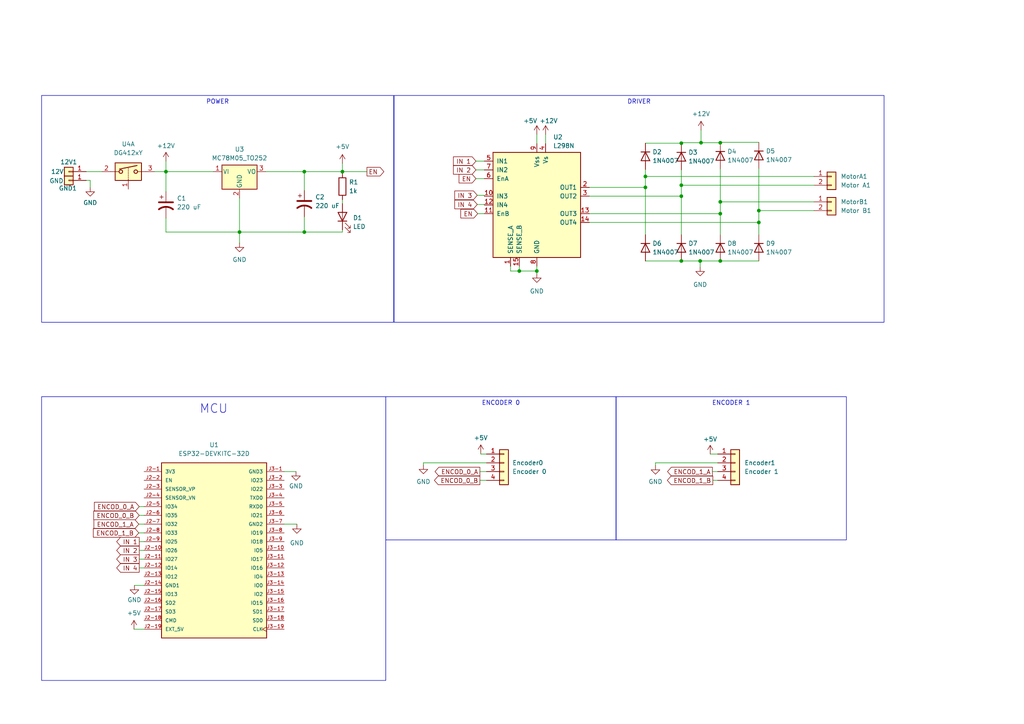
<source format=kicad_sch>
(kicad_sch (version 20230121) (generator eeschema)

  (uuid b1c96824-5648-469b-b136-6154cda4a7c1)

  (paper "A4")

  (lib_symbols
    (symbol "Analog_Switch:DG412xY" (pin_names (offset 0.254)) (in_bom yes) (on_board yes)
      (property "Reference" "U" (at -3.175 5.334 0)
        (effects (font (size 1.27 1.27)) (justify left))
      )
      (property "Value" "DG412xY" (at -3.175 3.556 0)
        (effects (font (size 1.27 1.27)) (justify left))
      )
      (property "Footprint" "Package_SO:SOIC-16_3.9x9.9mm_P1.27mm" (at 0 -2.54 0)
        (effects (font (size 1.27 1.27)) hide)
      )
      (property "Datasheet" "https://datasheets.maximintegrated.com/en/ds/DG411-DG413.pdf" (at 0 0 0)
        (effects (font (size 1.27 1.27)) hide)
      )
      (property "ki_keywords" "CMOS Analog Switch" (at 0 0 0)
        (effects (font (size 1.27 1.27)) hide)
      )
      (property "ki_description" "Quad SPST Monolithic CMOS Analog Switches, normally OFF, 17Ohm Ron, SOIC-16" (at 0 0 0)
        (effects (font (size 1.27 1.27)) hide)
      )
      (property "ki_fp_filters" "SOIC*3.9x9.9mm*P1.27mm*" (at 0 0 0)
        (effects (font (size 1.27 1.27)) hide)
      )
      (symbol "DG412xY_1_1"
        (rectangle (start -3.81 2.54) (end 3.81 -2.54)
          (stroke (width 0.254) (type default))
          (fill (type background))
        )
        (circle (center -2.159 0) (radius 0.508)
          (stroke (width 0.254) (type default))
          (fill (type none))
        )
        (polyline
          (pts
            (xy -5.08 0)
            (xy -2.794 0)
          )
          (stroke (width 0) (type default))
          (fill (type none))
        )
        (polyline
          (pts
            (xy -2.54 0.762)
            (xy 2.54 1.778)
          )
          (stroke (width 0.254) (type default))
          (fill (type none))
        )
        (polyline
          (pts
            (xy 0 -2.54)
            (xy 0 -2.032)
          )
          (stroke (width 0) (type default))
          (fill (type none))
        )
        (polyline
          (pts
            (xy 0 -1.778)
            (xy 0 -1.524)
          )
          (stroke (width 0) (type default))
          (fill (type none))
        )
        (polyline
          (pts
            (xy 0 -1.27)
            (xy 0 -1.016)
          )
          (stroke (width 0) (type default))
          (fill (type none))
        )
        (polyline
          (pts
            (xy 0 -0.762)
            (xy 0 -0.508)
          )
          (stroke (width 0) (type default))
          (fill (type none))
        )
        (polyline
          (pts
            (xy 0 -0.254)
            (xy 0 0)
          )
          (stroke (width 0) (type default))
          (fill (type none))
        )
        (polyline
          (pts
            (xy 0 0.254)
            (xy 0 0.508)
          )
          (stroke (width 0) (type default))
          (fill (type none))
        )
        (polyline
          (pts
            (xy 0 0.762)
            (xy 0 1.016)
          )
          (stroke (width 0) (type default))
          (fill (type none))
        )
        (polyline
          (pts
            (xy 5.08 0)
            (xy 2.794 0)
          )
          (stroke (width 0) (type default))
          (fill (type none))
        )
        (circle (center 2.159 0) (radius 0.508)
          (stroke (width 0.254) (type default))
          (fill (type none))
        )
        (pin input line (at 0 -5.08 90) (length 2.54)
          (name "~" (effects (font (size 1.27 1.27))))
          (number "1" (effects (font (size 1.27 1.27))))
        )
        (pin passive line (at -7.62 0 0) (length 2.54)
          (name "~" (effects (font (size 1.27 1.27))))
          (number "2" (effects (font (size 1.27 1.27))))
        )
        (pin passive line (at 7.62 0 180) (length 2.54)
          (name "~" (effects (font (size 1.27 1.27))))
          (number "3" (effects (font (size 1.27 1.27))))
        )
      )
      (symbol "DG412xY_2_1"
        (rectangle (start -3.81 2.54) (end 3.81 -2.54)
          (stroke (width 0.254) (type default))
          (fill (type background))
        )
        (circle (center -2.159 0) (radius 0.508)
          (stroke (width 0.254) (type default))
          (fill (type none))
        )
        (polyline
          (pts
            (xy -5.08 0)
            (xy -2.794 0)
          )
          (stroke (width 0) (type default))
          (fill (type none))
        )
        (polyline
          (pts
            (xy -2.54 0.762)
            (xy 2.54 1.778)
          )
          (stroke (width 0.254) (type default))
          (fill (type none))
        )
        (polyline
          (pts
            (xy 0 -2.54)
            (xy 0 -2.032)
          )
          (stroke (width 0) (type default))
          (fill (type none))
        )
        (polyline
          (pts
            (xy 0 -1.778)
            (xy 0 -1.524)
          )
          (stroke (width 0) (type default))
          (fill (type none))
        )
        (polyline
          (pts
            (xy 0 -1.27)
            (xy 0 -1.016)
          )
          (stroke (width 0) (type default))
          (fill (type none))
        )
        (polyline
          (pts
            (xy 0 -0.762)
            (xy 0 -0.508)
          )
          (stroke (width 0) (type default))
          (fill (type none))
        )
        (polyline
          (pts
            (xy 0 -0.254)
            (xy 0 0)
          )
          (stroke (width 0) (type default))
          (fill (type none))
        )
        (polyline
          (pts
            (xy 0 0.254)
            (xy 0 0.508)
          )
          (stroke (width 0) (type default))
          (fill (type none))
        )
        (polyline
          (pts
            (xy 0 0.762)
            (xy 0 1.016)
          )
          (stroke (width 0) (type default))
          (fill (type none))
        )
        (polyline
          (pts
            (xy 5.08 0)
            (xy 2.794 0)
          )
          (stroke (width 0) (type default))
          (fill (type none))
        )
        (circle (center 2.159 0) (radius 0.508)
          (stroke (width 0.254) (type default))
          (fill (type none))
        )
        (pin passive line (at -7.62 0 0) (length 2.54)
          (name "~" (effects (font (size 1.27 1.27))))
          (number "6" (effects (font (size 1.27 1.27))))
        )
        (pin passive line (at 7.62 0 180) (length 2.54)
          (name "~" (effects (font (size 1.27 1.27))))
          (number "7" (effects (font (size 1.27 1.27))))
        )
        (pin input line (at 0 -5.08 90) (length 2.54)
          (name "~" (effects (font (size 1.27 1.27))))
          (number "8" (effects (font (size 1.27 1.27))))
        )
      )
      (symbol "DG412xY_3_1"
        (rectangle (start -3.81 2.54) (end 3.81 -2.54)
          (stroke (width 0.254) (type default))
          (fill (type background))
        )
        (circle (center -2.159 0) (radius 0.508)
          (stroke (width 0.254) (type default))
          (fill (type none))
        )
        (polyline
          (pts
            (xy -5.08 0)
            (xy -2.794 0)
          )
          (stroke (width 0) (type default))
          (fill (type none))
        )
        (polyline
          (pts
            (xy -2.54 0.762)
            (xy 2.54 1.778)
          )
          (stroke (width 0.254) (type default))
          (fill (type none))
        )
        (polyline
          (pts
            (xy 0 -2.54)
            (xy 0 -2.032)
          )
          (stroke (width 0) (type default))
          (fill (type none))
        )
        (polyline
          (pts
            (xy 0 -1.778)
            (xy 0 -1.524)
          )
          (stroke (width 0) (type default))
          (fill (type none))
        )
        (polyline
          (pts
            (xy 0 -1.27)
            (xy 0 -1.016)
          )
          (stroke (width 0) (type default))
          (fill (type none))
        )
        (polyline
          (pts
            (xy 0 -0.762)
            (xy 0 -0.508)
          )
          (stroke (width 0) (type default))
          (fill (type none))
        )
        (polyline
          (pts
            (xy 0 -0.254)
            (xy 0 0)
          )
          (stroke (width 0) (type default))
          (fill (type none))
        )
        (polyline
          (pts
            (xy 0 0.254)
            (xy 0 0.508)
          )
          (stroke (width 0) (type default))
          (fill (type none))
        )
        (polyline
          (pts
            (xy 0 0.762)
            (xy 0 1.016)
          )
          (stroke (width 0) (type default))
          (fill (type none))
        )
        (polyline
          (pts
            (xy 5.08 0)
            (xy 2.794 0)
          )
          (stroke (width 0) (type default))
          (fill (type none))
        )
        (circle (center 2.159 0) (radius 0.508)
          (stroke (width 0.254) (type default))
          (fill (type none))
        )
        (pin passive line (at -7.62 0 0) (length 2.54)
          (name "~" (effects (font (size 1.27 1.27))))
          (number "10" (effects (font (size 1.27 1.27))))
        )
        (pin passive line (at 7.62 0 180) (length 2.54)
          (name "~" (effects (font (size 1.27 1.27))))
          (number "11" (effects (font (size 1.27 1.27))))
        )
        (pin input line (at 0 -5.08 90) (length 2.54)
          (name "~" (effects (font (size 1.27 1.27))))
          (number "9" (effects (font (size 1.27 1.27))))
        )
      )
      (symbol "DG412xY_4_1"
        (rectangle (start -3.81 2.54) (end 3.81 -2.54)
          (stroke (width 0.254) (type default))
          (fill (type background))
        )
        (circle (center -2.159 0) (radius 0.508)
          (stroke (width 0.254) (type default))
          (fill (type none))
        )
        (polyline
          (pts
            (xy -5.08 0)
            (xy -2.794 0)
          )
          (stroke (width 0) (type default))
          (fill (type none))
        )
        (polyline
          (pts
            (xy -2.54 0.762)
            (xy 2.54 1.778)
          )
          (stroke (width 0.254) (type default))
          (fill (type none))
        )
        (polyline
          (pts
            (xy 0 -2.54)
            (xy 0 -2.032)
          )
          (stroke (width 0) (type default))
          (fill (type none))
        )
        (polyline
          (pts
            (xy 0 -1.778)
            (xy 0 -1.524)
          )
          (stroke (width 0) (type default))
          (fill (type none))
        )
        (polyline
          (pts
            (xy 0 -1.27)
            (xy 0 -1.016)
          )
          (stroke (width 0) (type default))
          (fill (type none))
        )
        (polyline
          (pts
            (xy 0 -0.762)
            (xy 0 -0.508)
          )
          (stroke (width 0) (type default))
          (fill (type none))
        )
        (polyline
          (pts
            (xy 0 -0.254)
            (xy 0 0)
          )
          (stroke (width 0) (type default))
          (fill (type none))
        )
        (polyline
          (pts
            (xy 0 0.254)
            (xy 0 0.508)
          )
          (stroke (width 0) (type default))
          (fill (type none))
        )
        (polyline
          (pts
            (xy 0 0.762)
            (xy 0 1.016)
          )
          (stroke (width 0) (type default))
          (fill (type none))
        )
        (polyline
          (pts
            (xy 5.08 0)
            (xy 2.794 0)
          )
          (stroke (width 0) (type default))
          (fill (type none))
        )
        (circle (center 2.159 0) (radius 0.508)
          (stroke (width 0.254) (type default))
          (fill (type none))
        )
        (pin passive line (at 7.62 0 180) (length 2.54)
          (name "~" (effects (font (size 1.27 1.27))))
          (number "14" (effects (font (size 1.27 1.27))))
        )
        (pin passive line (at -7.62 0 0) (length 2.54)
          (name "~" (effects (font (size 1.27 1.27))))
          (number "15" (effects (font (size 1.27 1.27))))
        )
        (pin input line (at 0 -5.08 90) (length 2.54)
          (name "~" (effects (font (size 1.27 1.27))))
          (number "16" (effects (font (size 1.27 1.27))))
        )
      )
      (symbol "DG412xY_5_0"
        (pin power_in line (at 2.54 12.7 270) (length 2.54)
          (name "VL" (effects (font (size 1.27 1.27))))
          (number "12" (effects (font (size 1.27 1.27))))
        )
        (pin power_in line (at 0 12.7 270) (length 2.54)
          (name "V+" (effects (font (size 1.27 1.27))))
          (number "13" (effects (font (size 1.27 1.27))))
        )
        (pin power_in line (at 2.54 -12.7 90) (length 2.54)
          (name "V-" (effects (font (size 1.27 1.27))))
          (number "4" (effects (font (size 1.27 1.27))))
        )
        (pin power_in line (at 0 -12.7 90) (length 2.54)
          (name "GND" (effects (font (size 1.27 1.27))))
          (number "5" (effects (font (size 1.27 1.27))))
        )
      )
      (symbol "DG412xY_5_1"
        (rectangle (start -3.81 10.16) (end 6.35 -10.16)
          (stroke (width 0.254) (type default))
          (fill (type background))
        )
      )
    )
    (symbol "Connector_Generic:Conn_01x01" (pin_names (offset 1.016) hide) (in_bom yes) (on_board yes)
      (property "Reference" "J" (at 0 2.54 0)
        (effects (font (size 1.27 1.27)))
      )
      (property "Value" "Conn_01x01" (at 0 -2.54 0)
        (effects (font (size 1.27 1.27)))
      )
      (property "Footprint" "" (at 0 0 0)
        (effects (font (size 1.27 1.27)) hide)
      )
      (property "Datasheet" "~" (at 0 0 0)
        (effects (font (size 1.27 1.27)) hide)
      )
      (property "ki_keywords" "connector" (at 0 0 0)
        (effects (font (size 1.27 1.27)) hide)
      )
      (property "ki_description" "Generic connector, single row, 01x01, script generated (kicad-library-utils/schlib/autogen/connector/)" (at 0 0 0)
        (effects (font (size 1.27 1.27)) hide)
      )
      (property "ki_fp_filters" "Connector*:*_1x??_*" (at 0 0 0)
        (effects (font (size 1.27 1.27)) hide)
      )
      (symbol "Conn_01x01_1_1"
        (rectangle (start -1.27 0.127) (end 0 -0.127)
          (stroke (width 0.1524) (type default))
          (fill (type none))
        )
        (rectangle (start -1.27 1.27) (end 1.27 -1.27)
          (stroke (width 0.254) (type default))
          (fill (type background))
        )
        (pin passive line (at -5.08 0 0) (length 3.81)
          (name "Pin_1" (effects (font (size 1.27 1.27))))
          (number "1" (effects (font (size 1.27 1.27))))
        )
      )
    )
    (symbol "Connector_Generic:Conn_01x02" (pin_names (offset 1.016) hide) (in_bom yes) (on_board yes)
      (property "Reference" "J" (at 0 2.54 0)
        (effects (font (size 1.27 1.27)))
      )
      (property "Value" "Conn_01x02" (at 0 -5.08 0)
        (effects (font (size 1.27 1.27)))
      )
      (property "Footprint" "" (at 0 0 0)
        (effects (font (size 1.27 1.27)) hide)
      )
      (property "Datasheet" "~" (at 0 0 0)
        (effects (font (size 1.27 1.27)) hide)
      )
      (property "ki_keywords" "connector" (at 0 0 0)
        (effects (font (size 1.27 1.27)) hide)
      )
      (property "ki_description" "Generic connector, single row, 01x02, script generated (kicad-library-utils/schlib/autogen/connector/)" (at 0 0 0)
        (effects (font (size 1.27 1.27)) hide)
      )
      (property "ki_fp_filters" "Connector*:*_1x??_*" (at 0 0 0)
        (effects (font (size 1.27 1.27)) hide)
      )
      (symbol "Conn_01x02_1_1"
        (rectangle (start -1.27 -2.413) (end 0 -2.667)
          (stroke (width 0.1524) (type default))
          (fill (type none))
        )
        (rectangle (start -1.27 0.127) (end 0 -0.127)
          (stroke (width 0.1524) (type default))
          (fill (type none))
        )
        (rectangle (start -1.27 1.27) (end 1.27 -3.81)
          (stroke (width 0.254) (type default))
          (fill (type background))
        )
        (pin passive line (at -5.08 0 0) (length 3.81)
          (name "Pin_1" (effects (font (size 1.27 1.27))))
          (number "1" (effects (font (size 1.27 1.27))))
        )
        (pin passive line (at -5.08 -2.54 0) (length 3.81)
          (name "Pin_2" (effects (font (size 1.27 1.27))))
          (number "2" (effects (font (size 1.27 1.27))))
        )
      )
    )
    (symbol "Connector_Generic:Conn_01x04" (pin_names (offset 1.016) hide) (in_bom yes) (on_board yes)
      (property "Reference" "J" (at 0 5.08 0)
        (effects (font (size 1.27 1.27)))
      )
      (property "Value" "Conn_01x04" (at 0 -7.62 0)
        (effects (font (size 1.27 1.27)))
      )
      (property "Footprint" "" (at 0 0 0)
        (effects (font (size 1.27 1.27)) hide)
      )
      (property "Datasheet" "~" (at 0 0 0)
        (effects (font (size 1.27 1.27)) hide)
      )
      (property "ki_keywords" "connector" (at 0 0 0)
        (effects (font (size 1.27 1.27)) hide)
      )
      (property "ki_description" "Generic connector, single row, 01x04, script generated (kicad-library-utils/schlib/autogen/connector/)" (at 0 0 0)
        (effects (font (size 1.27 1.27)) hide)
      )
      (property "ki_fp_filters" "Connector*:*_1x??_*" (at 0 0 0)
        (effects (font (size 1.27 1.27)) hide)
      )
      (symbol "Conn_01x04_1_1"
        (rectangle (start -1.27 -4.953) (end 0 -5.207)
          (stroke (width 0.1524) (type default))
          (fill (type none))
        )
        (rectangle (start -1.27 -2.413) (end 0 -2.667)
          (stroke (width 0.1524) (type default))
          (fill (type none))
        )
        (rectangle (start -1.27 0.127) (end 0 -0.127)
          (stroke (width 0.1524) (type default))
          (fill (type none))
        )
        (rectangle (start -1.27 2.667) (end 0 2.413)
          (stroke (width 0.1524) (type default))
          (fill (type none))
        )
        (rectangle (start -1.27 3.81) (end 1.27 -6.35)
          (stroke (width 0.254) (type default))
          (fill (type background))
        )
        (pin passive line (at -5.08 2.54 0) (length 3.81)
          (name "Pin_1" (effects (font (size 1.27 1.27))))
          (number "1" (effects (font (size 1.27 1.27))))
        )
        (pin passive line (at -5.08 0 0) (length 3.81)
          (name "Pin_2" (effects (font (size 1.27 1.27))))
          (number "2" (effects (font (size 1.27 1.27))))
        )
        (pin passive line (at -5.08 -2.54 0) (length 3.81)
          (name "Pin_3" (effects (font (size 1.27 1.27))))
          (number "3" (effects (font (size 1.27 1.27))))
        )
        (pin passive line (at -5.08 -5.08 0) (length 3.81)
          (name "Pin_4" (effects (font (size 1.27 1.27))))
          (number "4" (effects (font (size 1.27 1.27))))
        )
      )
    )
    (symbol "Device:C_Polarized_US" (pin_numbers hide) (pin_names (offset 0.254) hide) (in_bom yes) (on_board yes)
      (property "Reference" "C" (at 0.635 2.54 0)
        (effects (font (size 1.27 1.27)) (justify left))
      )
      (property "Value" "C_Polarized_US" (at 0.635 -2.54 0)
        (effects (font (size 1.27 1.27)) (justify left))
      )
      (property "Footprint" "" (at 0 0 0)
        (effects (font (size 1.27 1.27)) hide)
      )
      (property "Datasheet" "~" (at 0 0 0)
        (effects (font (size 1.27 1.27)) hide)
      )
      (property "ki_keywords" "cap capacitor" (at 0 0 0)
        (effects (font (size 1.27 1.27)) hide)
      )
      (property "ki_description" "Polarized capacitor, US symbol" (at 0 0 0)
        (effects (font (size 1.27 1.27)) hide)
      )
      (property "ki_fp_filters" "CP_*" (at 0 0 0)
        (effects (font (size 1.27 1.27)) hide)
      )
      (symbol "C_Polarized_US_0_1"
        (polyline
          (pts
            (xy -2.032 0.762)
            (xy 2.032 0.762)
          )
          (stroke (width 0.508) (type default))
          (fill (type none))
        )
        (polyline
          (pts
            (xy -1.778 2.286)
            (xy -0.762 2.286)
          )
          (stroke (width 0) (type default))
          (fill (type none))
        )
        (polyline
          (pts
            (xy -1.27 1.778)
            (xy -1.27 2.794)
          )
          (stroke (width 0) (type default))
          (fill (type none))
        )
        (arc (start 2.032 -1.27) (mid 0 -0.5572) (end -2.032 -1.27)
          (stroke (width 0.508) (type default))
          (fill (type none))
        )
      )
      (symbol "C_Polarized_US_1_1"
        (pin passive line (at 0 3.81 270) (length 2.794)
          (name "~" (effects (font (size 1.27 1.27))))
          (number "1" (effects (font (size 1.27 1.27))))
        )
        (pin passive line (at 0 -3.81 90) (length 3.302)
          (name "~" (effects (font (size 1.27 1.27))))
          (number "2" (effects (font (size 1.27 1.27))))
        )
      )
    )
    (symbol "Device:LED" (pin_numbers hide) (pin_names (offset 1.016) hide) (in_bom yes) (on_board yes)
      (property "Reference" "D" (at 0 2.54 0)
        (effects (font (size 1.27 1.27)))
      )
      (property "Value" "LED" (at 0 -2.54 0)
        (effects (font (size 1.27 1.27)))
      )
      (property "Footprint" "" (at 0 0 0)
        (effects (font (size 1.27 1.27)) hide)
      )
      (property "Datasheet" "~" (at 0 0 0)
        (effects (font (size 1.27 1.27)) hide)
      )
      (property "ki_keywords" "LED diode" (at 0 0 0)
        (effects (font (size 1.27 1.27)) hide)
      )
      (property "ki_description" "Light emitting diode" (at 0 0 0)
        (effects (font (size 1.27 1.27)) hide)
      )
      (property "ki_fp_filters" "LED* LED_SMD:* LED_THT:*" (at 0 0 0)
        (effects (font (size 1.27 1.27)) hide)
      )
      (symbol "LED_0_1"
        (polyline
          (pts
            (xy -1.27 -1.27)
            (xy -1.27 1.27)
          )
          (stroke (width 0.254) (type default))
          (fill (type none))
        )
        (polyline
          (pts
            (xy -1.27 0)
            (xy 1.27 0)
          )
          (stroke (width 0) (type default))
          (fill (type none))
        )
        (polyline
          (pts
            (xy 1.27 -1.27)
            (xy 1.27 1.27)
            (xy -1.27 0)
            (xy 1.27 -1.27)
          )
          (stroke (width 0.254) (type default))
          (fill (type none))
        )
        (polyline
          (pts
            (xy -3.048 -0.762)
            (xy -4.572 -2.286)
            (xy -3.81 -2.286)
            (xy -4.572 -2.286)
            (xy -4.572 -1.524)
          )
          (stroke (width 0) (type default))
          (fill (type none))
        )
        (polyline
          (pts
            (xy -1.778 -0.762)
            (xy -3.302 -2.286)
            (xy -2.54 -2.286)
            (xy -3.302 -2.286)
            (xy -3.302 -1.524)
          )
          (stroke (width 0) (type default))
          (fill (type none))
        )
      )
      (symbol "LED_1_1"
        (pin passive line (at -3.81 0 0) (length 2.54)
          (name "K" (effects (font (size 1.27 1.27))))
          (number "1" (effects (font (size 1.27 1.27))))
        )
        (pin passive line (at 3.81 0 180) (length 2.54)
          (name "A" (effects (font (size 1.27 1.27))))
          (number "2" (effects (font (size 1.27 1.27))))
        )
      )
    )
    (symbol "Device:R" (pin_numbers hide) (pin_names (offset 0)) (in_bom yes) (on_board yes)
      (property "Reference" "R" (at 2.032 0 90)
        (effects (font (size 1.27 1.27)))
      )
      (property "Value" "R" (at 0 0 90)
        (effects (font (size 1.27 1.27)))
      )
      (property "Footprint" "" (at -1.778 0 90)
        (effects (font (size 1.27 1.27)) hide)
      )
      (property "Datasheet" "~" (at 0 0 0)
        (effects (font (size 1.27 1.27)) hide)
      )
      (property "ki_keywords" "R res resistor" (at 0 0 0)
        (effects (font (size 1.27 1.27)) hide)
      )
      (property "ki_description" "Resistor" (at 0 0 0)
        (effects (font (size 1.27 1.27)) hide)
      )
      (property "ki_fp_filters" "R_*" (at 0 0 0)
        (effects (font (size 1.27 1.27)) hide)
      )
      (symbol "R_0_1"
        (rectangle (start -1.016 -2.54) (end 1.016 2.54)
          (stroke (width 0.254) (type default))
          (fill (type none))
        )
      )
      (symbol "R_1_1"
        (pin passive line (at 0 3.81 270) (length 1.27)
          (name "~" (effects (font (size 1.27 1.27))))
          (number "1" (effects (font (size 1.27 1.27))))
        )
        (pin passive line (at 0 -3.81 90) (length 1.27)
          (name "~" (effects (font (size 1.27 1.27))))
          (number "2" (effects (font (size 1.27 1.27))))
        )
      )
    )
    (symbol "Diode:1N4007" (pin_numbers hide) (pin_names hide) (in_bom yes) (on_board yes)
      (property "Reference" "D" (at 0 2.54 0)
        (effects (font (size 1.27 1.27)))
      )
      (property "Value" "1N4007" (at 0 -2.54 0)
        (effects (font (size 1.27 1.27)))
      )
      (property "Footprint" "Diode_THT:D_DO-41_SOD81_P10.16mm_Horizontal" (at 0 -4.445 0)
        (effects (font (size 1.27 1.27)) hide)
      )
      (property "Datasheet" "http://www.vishay.com/docs/88503/1n4001.pdf" (at 0 0 0)
        (effects (font (size 1.27 1.27)) hide)
      )
      (property "Sim.Device" "D" (at 0 0 0)
        (effects (font (size 1.27 1.27)) hide)
      )
      (property "Sim.Pins" "1=K 2=A" (at 0 0 0)
        (effects (font (size 1.27 1.27)) hide)
      )
      (property "ki_keywords" "diode" (at 0 0 0)
        (effects (font (size 1.27 1.27)) hide)
      )
      (property "ki_description" "1000V 1A General Purpose Rectifier Diode, DO-41" (at 0 0 0)
        (effects (font (size 1.27 1.27)) hide)
      )
      (property "ki_fp_filters" "D*DO?41*" (at 0 0 0)
        (effects (font (size 1.27 1.27)) hide)
      )
      (symbol "1N4007_0_1"
        (polyline
          (pts
            (xy -1.27 1.27)
            (xy -1.27 -1.27)
          )
          (stroke (width 0.254) (type default))
          (fill (type none))
        )
        (polyline
          (pts
            (xy 1.27 0)
            (xy -1.27 0)
          )
          (stroke (width 0) (type default))
          (fill (type none))
        )
        (polyline
          (pts
            (xy 1.27 1.27)
            (xy 1.27 -1.27)
            (xy -1.27 0)
            (xy 1.27 1.27)
          )
          (stroke (width 0.254) (type default))
          (fill (type none))
        )
      )
      (symbol "1N4007_1_1"
        (pin passive line (at -3.81 0 0) (length 2.54)
          (name "K" (effects (font (size 1.27 1.27))))
          (number "1" (effects (font (size 1.27 1.27))))
        )
        (pin passive line (at 3.81 0 180) (length 2.54)
          (name "A" (effects (font (size 1.27 1.27))))
          (number "2" (effects (font (size 1.27 1.27))))
        )
      )
    )
    (symbol "Driver_Motor:L298N" (pin_names (offset 1.016)) (in_bom yes) (on_board yes)
      (property "Reference" "U" (at -10.16 16.51 0)
        (effects (font (size 1.27 1.27)) (justify right))
      )
      (property "Value" "L298N" (at 12.7 16.51 0)
        (effects (font (size 1.27 1.27)) (justify right))
      )
      (property "Footprint" "Package_TO_SOT_THT:TO-220-15_P2.54x2.54mm_StaggerOdd_Lead4.58mm_Vertical" (at 1.27 -16.51 0)
        (effects (font (size 1.27 1.27)) (justify left) hide)
      )
      (property "Datasheet" "http://www.st.com/st-web-ui/static/active/en/resource/technical/document/datasheet/CD00000240.pdf" (at 3.81 6.35 0)
        (effects (font (size 1.27 1.27)) hide)
      )
      (property "ki_keywords" "H-bridge motor driver" (at 0 0 0)
        (effects (font (size 1.27 1.27)) hide)
      )
      (property "ki_description" "Dual full bridge motor driver, up to 46V, 4A, Multiwatt15-V" (at 0 0 0)
        (effects (font (size 1.27 1.27)) hide)
      )
      (property "ki_fp_filters" "TO?220*StaggerOdd*Vertical*" (at 0 0 0)
        (effects (font (size 1.27 1.27)) hide)
      )
      (symbol "L298N_0_1"
        (rectangle (start -12.7 15.24) (end 12.7 -15.24)
          (stroke (width 0.254) (type default))
          (fill (type background))
        )
      )
      (symbol "L298N_1_1"
        (pin power_in line (at -7.62 -17.78 90) (length 2.54)
          (name "SENSE_A" (effects (font (size 1.27 1.27))))
          (number "1" (effects (font (size 1.27 1.27))))
        )
        (pin input line (at -15.24 2.54 0) (length 2.54)
          (name "IN3" (effects (font (size 1.27 1.27))))
          (number "10" (effects (font (size 1.27 1.27))))
        )
        (pin input line (at -15.24 -2.54 0) (length 2.54)
          (name "EnB" (effects (font (size 1.27 1.27))))
          (number "11" (effects (font (size 1.27 1.27))))
        )
        (pin input line (at -15.24 0 0) (length 2.54)
          (name "IN4" (effects (font (size 1.27 1.27))))
          (number "12" (effects (font (size 1.27 1.27))))
        )
        (pin output line (at 15.24 -2.54 180) (length 2.54)
          (name "OUT3" (effects (font (size 1.27 1.27))))
          (number "13" (effects (font (size 1.27 1.27))))
        )
        (pin output line (at 15.24 -5.08 180) (length 2.54)
          (name "OUT4" (effects (font (size 1.27 1.27))))
          (number "14" (effects (font (size 1.27 1.27))))
        )
        (pin power_in line (at -5.08 -17.78 90) (length 2.54)
          (name "SENSE_B" (effects (font (size 1.27 1.27))))
          (number "15" (effects (font (size 1.27 1.27))))
        )
        (pin output line (at 15.24 5.08 180) (length 2.54)
          (name "OUT1" (effects (font (size 1.27 1.27))))
          (number "2" (effects (font (size 1.27 1.27))))
        )
        (pin output line (at 15.24 2.54 180) (length 2.54)
          (name "OUT2" (effects (font (size 1.27 1.27))))
          (number "3" (effects (font (size 1.27 1.27))))
        )
        (pin power_in line (at 2.54 17.78 270) (length 2.54)
          (name "Vs" (effects (font (size 1.27 1.27))))
          (number "4" (effects (font (size 1.27 1.27))))
        )
        (pin input line (at -15.24 12.7 0) (length 2.54)
          (name "IN1" (effects (font (size 1.27 1.27))))
          (number "5" (effects (font (size 1.27 1.27))))
        )
        (pin input line (at -15.24 7.62 0) (length 2.54)
          (name "EnA" (effects (font (size 1.27 1.27))))
          (number "6" (effects (font (size 1.27 1.27))))
        )
        (pin input line (at -15.24 10.16 0) (length 2.54)
          (name "IN2" (effects (font (size 1.27 1.27))))
          (number "7" (effects (font (size 1.27 1.27))))
        )
        (pin power_in line (at 0 -17.78 90) (length 2.54)
          (name "GND" (effects (font (size 1.27 1.27))))
          (number "8" (effects (font (size 1.27 1.27))))
        )
        (pin power_in line (at 0 17.78 270) (length 2.54)
          (name "Vss" (effects (font (size 1.27 1.27))))
          (number "9" (effects (font (size 1.27 1.27))))
        )
      )
    )
    (symbol "ESP32-DEVKITC-32D:ESP32-DEVKITC-32D" (pin_names (offset 1.016)) (in_bom yes) (on_board yes)
      (property "Reference" "U" (at -15.2572 26.0643 0)
        (effects (font (size 1.27 1.27)) (justify left bottom))
      )
      (property "Value" "ESP32-DEVKITC-32D" (at -15.2563 -27.9698 0)
        (effects (font (size 1.27 1.27)) (justify left bottom))
      )
      (property "Footprint" "ESP32-DEVKITC-32D:MODULE_ESP32-DEVKITC-32D" (at 0 0 0)
        (effects (font (size 1.27 1.27)) (justify bottom) hide)
      )
      (property "Datasheet" "" (at 0 0 0)
        (effects (font (size 1.27 1.27)) hide)
      )
      (property "MF" "Espressif Systems" (at 0 0 0)
        (effects (font (size 1.27 1.27)) (justify bottom) hide)
      )
      (property "MAXIMUM_PACKAGE_HEIGHT" "N/A" (at 0 0 0)
        (effects (font (size 1.27 1.27)) (justify bottom) hide)
      )
      (property "Package" "None" (at 0 0 0)
        (effects (font (size 1.27 1.27)) (justify bottom) hide)
      )
      (property "Price" "None" (at 0 0 0)
        (effects (font (size 1.27 1.27)) (justify bottom) hide)
      )
      (property "Check_prices" "https://www.snapeda.com/parts/ESP32-DEVKITC-32D/Espressif+Systems/view-part/?ref=eda" (at 0 0 0)
        (effects (font (size 1.27 1.27)) (justify bottom) hide)
      )
      (property "STANDARD" "Manufacturer Recommendations" (at 0 0 0)
        (effects (font (size 1.27 1.27)) (justify bottom) hide)
      )
      (property "PARTREV" "V4" (at 0 0 0)
        (effects (font (size 1.27 1.27)) (justify bottom) hide)
      )
      (property "SnapEDA_Link" "https://www.snapeda.com/parts/ESP32-DEVKITC-32D/Espressif+Systems/view-part/?ref=snap" (at 0 0 0)
        (effects (font (size 1.27 1.27)) (justify bottom) hide)
      )
      (property "MP" "ESP32-DEVKITC-32D" (at 0 0 0)
        (effects (font (size 1.27 1.27)) (justify bottom) hide)
      )
      (property "Description" "\nAlat Pengembangan WiFi (802.11) Kit Pengembangan Umum ESP32, ESP32-WROOM-32D di papan\n" (at 0 0 0)
        (effects (font (size 1.27 1.27)) (justify bottom) hide)
      )
      (property "MANUFACTURER" "Espressif Systems" (at 0 0 0)
        (effects (font (size 1.27 1.27)) (justify bottom) hide)
      )
      (property "Availability" "In Stock" (at 0 0 0)
        (effects (font (size 1.27 1.27)) (justify bottom) hide)
      )
      (property "SNAPEDA_PN" "ESP32-DEVKITC-32D" (at 0 0 0)
        (effects (font (size 1.27 1.27)) (justify bottom) hide)
      )
      (symbol "ESP32-DEVKITC-32D_0_0"
        (rectangle (start -15.24 -25.4) (end 15.24 25.4)
          (stroke (width 0.254) (type default))
          (fill (type background))
        )
        (pin power_in line (at -20.32 22.86 0) (length 5.08)
          (name "3V3" (effects (font (size 1.016 1.016))))
          (number "J2-1" (effects (font (size 1.016 1.016))))
        )
        (pin bidirectional line (at -20.32 0 0) (length 5.08)
          (name "IO26" (effects (font (size 1.016 1.016))))
          (number "J2-10" (effects (font (size 1.016 1.016))))
        )
        (pin bidirectional line (at -20.32 -2.54 0) (length 5.08)
          (name "IO27" (effects (font (size 1.016 1.016))))
          (number "J2-11" (effects (font (size 1.016 1.016))))
        )
        (pin bidirectional line (at -20.32 -5.08 0) (length 5.08)
          (name "IO14" (effects (font (size 1.016 1.016))))
          (number "J2-12" (effects (font (size 1.016 1.016))))
        )
        (pin bidirectional line (at -20.32 -7.62 0) (length 5.08)
          (name "IO12" (effects (font (size 1.016 1.016))))
          (number "J2-13" (effects (font (size 1.016 1.016))))
        )
        (pin power_in line (at -20.32 -10.16 0) (length 5.08)
          (name "GND1" (effects (font (size 1.016 1.016))))
          (number "J2-14" (effects (font (size 1.016 1.016))))
        )
        (pin bidirectional line (at -20.32 -12.7 0) (length 5.08)
          (name "IO13" (effects (font (size 1.016 1.016))))
          (number "J2-15" (effects (font (size 1.016 1.016))))
        )
        (pin bidirectional line (at -20.32 -15.24 0) (length 5.08)
          (name "SD2" (effects (font (size 1.016 1.016))))
          (number "J2-16" (effects (font (size 1.016 1.016))))
        )
        (pin bidirectional line (at -20.32 -17.78 0) (length 5.08)
          (name "SD3" (effects (font (size 1.016 1.016))))
          (number "J2-17" (effects (font (size 1.016 1.016))))
        )
        (pin bidirectional line (at -20.32 -20.32 0) (length 5.08)
          (name "CMD" (effects (font (size 1.016 1.016))))
          (number "J2-18" (effects (font (size 1.016 1.016))))
        )
        (pin power_in line (at -20.32 -22.86 0) (length 5.08)
          (name "EXT_5V" (effects (font (size 1.016 1.016))))
          (number "J2-19" (effects (font (size 1.016 1.016))))
        )
        (pin input line (at -20.32 20.32 0) (length 5.08)
          (name "EN" (effects (font (size 1.016 1.016))))
          (number "J2-2" (effects (font (size 1.016 1.016))))
        )
        (pin input line (at -20.32 17.78 0) (length 5.08)
          (name "SENSOR_VP" (effects (font (size 1.016 1.016))))
          (number "J2-3" (effects (font (size 1.016 1.016))))
        )
        (pin input line (at -20.32 15.24 0) (length 5.08)
          (name "SENSOR_VN" (effects (font (size 1.016 1.016))))
          (number "J2-4" (effects (font (size 1.016 1.016))))
        )
        (pin bidirectional line (at -20.32 12.7 0) (length 5.08)
          (name "IO34" (effects (font (size 1.016 1.016))))
          (number "J2-5" (effects (font (size 1.016 1.016))))
        )
        (pin bidirectional line (at -20.32 10.16 0) (length 5.08)
          (name "IO35" (effects (font (size 1.016 1.016))))
          (number "J2-6" (effects (font (size 1.016 1.016))))
        )
        (pin bidirectional line (at -20.32 7.62 0) (length 5.08)
          (name "IO32" (effects (font (size 1.016 1.016))))
          (number "J2-7" (effects (font (size 1.016 1.016))))
        )
        (pin bidirectional line (at -20.32 5.08 0) (length 5.08)
          (name "IO33" (effects (font (size 1.016 1.016))))
          (number "J2-8" (effects (font (size 1.016 1.016))))
        )
        (pin bidirectional line (at -20.32 2.54 0) (length 5.08)
          (name "IO25" (effects (font (size 1.016 1.016))))
          (number "J2-9" (effects (font (size 1.016 1.016))))
        )
        (pin power_in line (at 20.32 22.86 180) (length 5.08)
          (name "GND3" (effects (font (size 1.016 1.016))))
          (number "J3-1" (effects (font (size 1.016 1.016))))
        )
        (pin bidirectional line (at 20.32 0 180) (length 5.08)
          (name "IO5" (effects (font (size 1.016 1.016))))
          (number "J3-10" (effects (font (size 1.016 1.016))))
        )
        (pin bidirectional line (at 20.32 -2.54 180) (length 5.08)
          (name "IO17" (effects (font (size 1.016 1.016))))
          (number "J3-11" (effects (font (size 1.016 1.016))))
        )
        (pin bidirectional line (at 20.32 -5.08 180) (length 5.08)
          (name "IO16" (effects (font (size 1.016 1.016))))
          (number "J3-12" (effects (font (size 1.016 1.016))))
        )
        (pin bidirectional line (at 20.32 -7.62 180) (length 5.08)
          (name "IO4" (effects (font (size 1.016 1.016))))
          (number "J3-13" (effects (font (size 1.016 1.016))))
        )
        (pin bidirectional line (at 20.32 -10.16 180) (length 5.08)
          (name "IO0" (effects (font (size 1.016 1.016))))
          (number "J3-14" (effects (font (size 1.016 1.016))))
        )
        (pin bidirectional line (at 20.32 -12.7 180) (length 5.08)
          (name "IO2" (effects (font (size 1.016 1.016))))
          (number "J3-15" (effects (font (size 1.016 1.016))))
        )
        (pin bidirectional line (at 20.32 -15.24 180) (length 5.08)
          (name "IO15" (effects (font (size 1.016 1.016))))
          (number "J3-16" (effects (font (size 1.016 1.016))))
        )
        (pin bidirectional line (at 20.32 -17.78 180) (length 5.08)
          (name "SD1" (effects (font (size 1.016 1.016))))
          (number "J3-17" (effects (font (size 1.016 1.016))))
        )
        (pin bidirectional line (at 20.32 -20.32 180) (length 5.08)
          (name "SD0" (effects (font (size 1.016 1.016))))
          (number "J3-18" (effects (font (size 1.016 1.016))))
        )
        (pin input clock (at 20.32 -22.86 180) (length 5.08)
          (name "CLK" (effects (font (size 1.016 1.016))))
          (number "J3-19" (effects (font (size 1.016 1.016))))
        )
        (pin bidirectional line (at 20.32 20.32 180) (length 5.08)
          (name "IO23" (effects (font (size 1.016 1.016))))
          (number "J3-2" (effects (font (size 1.016 1.016))))
        )
        (pin bidirectional line (at 20.32 17.78 180) (length 5.08)
          (name "IO22" (effects (font (size 1.016 1.016))))
          (number "J3-3" (effects (font (size 1.016 1.016))))
        )
        (pin output line (at 20.32 15.24 180) (length 5.08)
          (name "TXD0" (effects (font (size 1.016 1.016))))
          (number "J3-4" (effects (font (size 1.016 1.016))))
        )
        (pin input line (at 20.32 12.7 180) (length 5.08)
          (name "RXD0" (effects (font (size 1.016 1.016))))
          (number "J3-5" (effects (font (size 1.016 1.016))))
        )
        (pin bidirectional line (at 20.32 10.16 180) (length 5.08)
          (name "IO21" (effects (font (size 1.016 1.016))))
          (number "J3-6" (effects (font (size 1.016 1.016))))
        )
        (pin power_in line (at 20.32 7.62 180) (length 5.08)
          (name "GND2" (effects (font (size 1.016 1.016))))
          (number "J3-7" (effects (font (size 1.016 1.016))))
        )
        (pin bidirectional line (at 20.32 5.08 180) (length 5.08)
          (name "IO19" (effects (font (size 1.016 1.016))))
          (number "J3-8" (effects (font (size 1.016 1.016))))
        )
        (pin bidirectional line (at 20.32 2.54 180) (length 5.08)
          (name "IO18" (effects (font (size 1.016 1.016))))
          (number "J3-9" (effects (font (size 1.016 1.016))))
        )
      )
    )
    (symbol "Regulator_Linear:MC78M05_TO252" (pin_names (offset 0.254)) (in_bom yes) (on_board yes)
      (property "Reference" "U" (at -3.81 3.175 0)
        (effects (font (size 1.27 1.27)))
      )
      (property "Value" "MC78M05_TO252" (at 0 3.175 0)
        (effects (font (size 1.27 1.27)) (justify left))
      )
      (property "Footprint" "Package_TO_SOT_SMD:TO-252-2" (at 0 5.715 0)
        (effects (font (size 1.27 1.27) italic) hide)
      )
      (property "Datasheet" "https://www.onsemi.com/pub/Collateral/MC78M00-D.PDF" (at 0 -1.27 0)
        (effects (font (size 1.27 1.27)) hide)
      )
      (property "ki_keywords" "Voltage Regulator 500mA Positive" (at 0 0 0)
        (effects (font (size 1.27 1.27)) hide)
      )
      (property "ki_description" "Positive 500mA 35V Linear Regulator, Fixed Output 5V, TO-252 (D-PAK)" (at 0 0 0)
        (effects (font (size 1.27 1.27)) hide)
      )
      (property "ki_fp_filters" "TO?252*" (at 0 0 0)
        (effects (font (size 1.27 1.27)) hide)
      )
      (symbol "MC78M05_TO252_0_1"
        (rectangle (start -5.08 1.905) (end 5.08 -5.08)
          (stroke (width 0.254) (type default))
          (fill (type background))
        )
      )
      (symbol "MC78M05_TO252_1_1"
        (pin power_in line (at -7.62 0 0) (length 2.54)
          (name "VI" (effects (font (size 1.27 1.27))))
          (number "1" (effects (font (size 1.27 1.27))))
        )
        (pin power_in line (at 0 -7.62 90) (length 2.54)
          (name "GND" (effects (font (size 1.27 1.27))))
          (number "2" (effects (font (size 1.27 1.27))))
        )
        (pin power_out line (at 7.62 0 180) (length 2.54)
          (name "VO" (effects (font (size 1.27 1.27))))
          (number "3" (effects (font (size 1.27 1.27))))
        )
      )
    )
    (symbol "power:+12V" (power) (pin_names (offset 0)) (in_bom yes) (on_board yes)
      (property "Reference" "#PWR" (at 0 -3.81 0)
        (effects (font (size 1.27 1.27)) hide)
      )
      (property "Value" "+12V" (at 0 3.556 0)
        (effects (font (size 1.27 1.27)))
      )
      (property "Footprint" "" (at 0 0 0)
        (effects (font (size 1.27 1.27)) hide)
      )
      (property "Datasheet" "" (at 0 0 0)
        (effects (font (size 1.27 1.27)) hide)
      )
      (property "ki_keywords" "global power" (at 0 0 0)
        (effects (font (size 1.27 1.27)) hide)
      )
      (property "ki_description" "Power symbol creates a global label with name \"+12V\"" (at 0 0 0)
        (effects (font (size 1.27 1.27)) hide)
      )
      (symbol "+12V_0_1"
        (polyline
          (pts
            (xy -0.762 1.27)
            (xy 0 2.54)
          )
          (stroke (width 0) (type default))
          (fill (type none))
        )
        (polyline
          (pts
            (xy 0 0)
            (xy 0 2.54)
          )
          (stroke (width 0) (type default))
          (fill (type none))
        )
        (polyline
          (pts
            (xy 0 2.54)
            (xy 0.762 1.27)
          )
          (stroke (width 0) (type default))
          (fill (type none))
        )
      )
      (symbol "+12V_1_1"
        (pin power_in line (at 0 0 90) (length 0) hide
          (name "+12V" (effects (font (size 1.27 1.27))))
          (number "1" (effects (font (size 1.27 1.27))))
        )
      )
    )
    (symbol "power:+5V" (power) (pin_names (offset 0)) (in_bom yes) (on_board yes)
      (property "Reference" "#PWR" (at 0 -3.81 0)
        (effects (font (size 1.27 1.27)) hide)
      )
      (property "Value" "+5V" (at 0 3.556 0)
        (effects (font (size 1.27 1.27)))
      )
      (property "Footprint" "" (at 0 0 0)
        (effects (font (size 1.27 1.27)) hide)
      )
      (property "Datasheet" "" (at 0 0 0)
        (effects (font (size 1.27 1.27)) hide)
      )
      (property "ki_keywords" "global power" (at 0 0 0)
        (effects (font (size 1.27 1.27)) hide)
      )
      (property "ki_description" "Power symbol creates a global label with name \"+5V\"" (at 0 0 0)
        (effects (font (size 1.27 1.27)) hide)
      )
      (symbol "+5V_0_1"
        (polyline
          (pts
            (xy -0.762 1.27)
            (xy 0 2.54)
          )
          (stroke (width 0) (type default))
          (fill (type none))
        )
        (polyline
          (pts
            (xy 0 0)
            (xy 0 2.54)
          )
          (stroke (width 0) (type default))
          (fill (type none))
        )
        (polyline
          (pts
            (xy 0 2.54)
            (xy 0.762 1.27)
          )
          (stroke (width 0) (type default))
          (fill (type none))
        )
      )
      (symbol "+5V_1_1"
        (pin power_in line (at 0 0 90) (length 0) hide
          (name "+5V" (effects (font (size 1.27 1.27))))
          (number "1" (effects (font (size 1.27 1.27))))
        )
      )
    )
    (symbol "power:GND" (power) (pin_names (offset 0)) (in_bom yes) (on_board yes)
      (property "Reference" "#PWR" (at 0 -6.35 0)
        (effects (font (size 1.27 1.27)) hide)
      )
      (property "Value" "GND" (at 0 -3.81 0)
        (effects (font (size 1.27 1.27)))
      )
      (property "Footprint" "" (at 0 0 0)
        (effects (font (size 1.27 1.27)) hide)
      )
      (property "Datasheet" "" (at 0 0 0)
        (effects (font (size 1.27 1.27)) hide)
      )
      (property "ki_keywords" "global power" (at 0 0 0)
        (effects (font (size 1.27 1.27)) hide)
      )
      (property "ki_description" "Power symbol creates a global label with name \"GND\" , ground" (at 0 0 0)
        (effects (font (size 1.27 1.27)) hide)
      )
      (symbol "GND_0_1"
        (polyline
          (pts
            (xy 0 0)
            (xy 0 -1.27)
            (xy 1.27 -1.27)
            (xy 0 -2.54)
            (xy -1.27 -1.27)
            (xy 0 -1.27)
          )
          (stroke (width 0) (type default))
          (fill (type none))
        )
      )
      (symbol "GND_1_1"
        (pin power_in line (at 0 0 270) (length 0) hide
          (name "GND" (effects (font (size 1.27 1.27))))
          (number "1" (effects (font (size 1.27 1.27))))
        )
      )
    )
  )

  (junction (at 197.612 75.692) (diameter 0) (color 0 0 0 0)
    (uuid 03880fd1-0f67-46ab-a2a3-744c37e33ce2)
  )
  (junction (at 48.133 49.784) (diameter 0) (color 0 0 0 0)
    (uuid 03d2daef-fd83-46eb-93d8-a7f0d88c42c3)
  )
  (junction (at 203.073 75.692) (diameter 0) (color 0 0 0 0)
    (uuid 06bb71f4-1a7b-47c9-8e9a-f5522fae0718)
  )
  (junction (at 99.314 49.784) (diameter 0) (color 0 0 0 0)
    (uuid 07383ac3-ba05-4885-90f2-71e106739857)
  )
  (junction (at 197.612 56.896) (diameter 0) (color 0 0 0 0)
    (uuid 0798d784-80e6-4235-aa08-b6b299d6e999)
  )
  (junction (at 197.612 53.721) (diameter 0) (color 0 0 0 0)
    (uuid 0852c560-835b-4d2f-80ee-3136ca28b73c)
  )
  (junction (at 187.198 54.356) (diameter 0) (color 0 0 0 0)
    (uuid 0b565bb9-297d-40e4-b518-e99d9e3f765b)
  )
  (junction (at 220.091 61.087) (diameter 0) (color 0 0 0 0)
    (uuid 0e4d8470-164d-4abe-9db9-8e18f670d5f5)
  )
  (junction (at 187.198 51.181) (diameter 0) (color 0 0 0 0)
    (uuid 363bc1ff-6edf-4a68-914f-8c2ec1ecfd72)
  )
  (junction (at 69.469 67.31) (diameter 0) (color 0 0 0 0)
    (uuid 49bad786-5cc9-4647-828f-df8e33d0cb9c)
  )
  (junction (at 208.915 75.692) (diameter 0) (color 0 0 0 0)
    (uuid 4ab83a04-8f6a-437b-bb55-949c26da26ed)
  )
  (junction (at 150.622 78.613) (diameter 0) (color 0 0 0 0)
    (uuid 832afcf3-99af-4762-98da-2e4ba7ec006a)
  )
  (junction (at 203.327 41.402) (diameter 0) (color 0 0 0 0)
    (uuid 84789f31-0e04-4317-b3bf-07f5f73a01af)
  )
  (junction (at 208.915 58.547) (diameter 0) (color 0 0 0 0)
    (uuid 8a9c4fc7-ffc3-4bf6-95aa-a40e1f6120aa)
  )
  (junction (at 208.915 41.402) (diameter 0) (color 0 0 0 0)
    (uuid 91313996-73b9-4931-b7b8-0533a252869d)
  )
  (junction (at 155.702 78.613) (diameter 0) (color 0 0 0 0)
    (uuid 9f4d9879-6f09-4638-83d2-f788ef9dd39c)
  )
  (junction (at 208.915 61.976) (diameter 0) (color 0 0 0 0)
    (uuid c0e923b2-acfc-4330-b6a2-1cd4b2d0986a)
  )
  (junction (at 88.265 49.784) (diameter 0) (color 0 0 0 0)
    (uuid e943512e-1b03-4975-b6ac-5233d1c97dd7)
  )
  (junction (at 220.091 64.516) (diameter 0) (color 0 0 0 0)
    (uuid f23443d7-8fcb-4038-957d-128b840948c7)
  )
  (junction (at 197.612 41.529) (diameter 0) (color 0 0 0 0)
    (uuid f395811b-aa2c-45bc-a883-d0f4e32a46ec)
  )
  (junction (at 88.265 67.31) (diameter 0) (color 0 0 0 0)
    (uuid ff23f437-014a-4c6b-acee-320d206dfd4b)
  )

  (wire (pts (xy 99.314 57.912) (xy 99.314 59.055))
    (stroke (width 0) (type default))
    (uuid 00e9ab7f-d0af-449b-8d70-8e00d2c1a77d)
  )
  (wire (pts (xy 187.198 75.692) (xy 197.612 75.692))
    (stroke (width 0) (type default))
    (uuid 099d0b30-5408-41bc-8ed8-52a3df1b2c65)
  )
  (wire (pts (xy 150.622 78.613) (xy 150.622 77.216))
    (stroke (width 0) (type default))
    (uuid 0a56ba0f-7893-4a9a-bd25-f65a739031c5)
  )
  (wire (pts (xy 88.265 62.865) (xy 88.265 67.31))
    (stroke (width 0) (type default))
    (uuid 0bcc5b42-4734-46cb-aa26-fc49b12bb952)
  )
  (wire (pts (xy 40.259 154.559) (xy 41.783 154.559))
    (stroke (width 0) (type default))
    (uuid 0e63267f-9754-4b8f-9a0c-2c39ff298365)
  )
  (wire (pts (xy 190.119 134.239) (xy 208.153 134.239))
    (stroke (width 0) (type default))
    (uuid 0f82db81-35ae-407b-9fcf-112c76f8f053)
  )
  (wire (pts (xy 141.097 134.239) (xy 122.809 134.239))
    (stroke (width 0) (type default))
    (uuid 176bb6b6-809a-495d-b39a-872baccd8994)
  )
  (wire (pts (xy 38.862 182.499) (xy 41.783 182.499))
    (stroke (width 0) (type default))
    (uuid 18fc3611-d4e6-4be7-bf4e-e5d486682b9a)
  )
  (wire (pts (xy 48.133 67.31) (xy 69.469 67.31))
    (stroke (width 0) (type default))
    (uuid 1e3fa873-d529-4d92-aff6-cc76847920a1)
  )
  (wire (pts (xy 48.133 46.736) (xy 48.133 49.784))
    (stroke (width 0) (type default))
    (uuid 1f322d3c-9440-4a4b-859f-df5809bea4a6)
  )
  (wire (pts (xy 170.942 54.356) (xy 187.198 54.356))
    (stroke (width 0) (type default))
    (uuid 1fc88d47-0341-4c87-ab67-0b571717836c)
  )
  (wire (pts (xy 122.809 134.239) (xy 122.809 134.874))
    (stroke (width 0) (type default))
    (uuid 2402b915-5baf-42e3-ae37-7820216e6e48)
  )
  (wire (pts (xy 40.386 164.719) (xy 41.783 164.719))
    (stroke (width 0) (type default))
    (uuid 2a706ff8-3871-4550-916c-c3d8921bb339)
  )
  (wire (pts (xy 88.265 55.245) (xy 88.265 49.784))
    (stroke (width 0) (type default))
    (uuid 2c3490a0-9bcc-4020-83a6-7f746679c110)
  )
  (wire (pts (xy 140.462 59.309) (xy 140.462 59.436))
    (stroke (width 0) (type default))
    (uuid 3035e887-f210-4083-8025-9088fdf3360a)
  )
  (wire (pts (xy 208.915 49.022) (xy 208.915 58.547))
    (stroke (width 0) (type default))
    (uuid 309c21e8-77c0-4b06-9b7e-6e5cbb5d50e7)
  )
  (wire (pts (xy 40.386 146.939) (xy 41.783 146.939))
    (stroke (width 0) (type default))
    (uuid 33c519fc-e1d4-44fc-8152-a81b74878fc5)
  )
  (wire (pts (xy 40.386 159.639) (xy 41.783 159.639))
    (stroke (width 0) (type default))
    (uuid 37869fd0-aac2-47bf-8efe-7fcb618047c6)
  )
  (wire (pts (xy 40.386 157.099) (xy 41.783 157.099))
    (stroke (width 0) (type default))
    (uuid 3844386f-67be-43ca-b117-58ecc280e8b4)
  )
  (wire (pts (xy 208.915 61.976) (xy 208.915 68.072))
    (stroke (width 0) (type default))
    (uuid 3b2550a9-22b4-4045-97c6-2a6d5a5a32a1)
  )
  (wire (pts (xy 208.915 41.402) (xy 203.327 41.402))
    (stroke (width 0) (type default))
    (uuid 3d50e481-c7d7-4228-a9b8-8ec011c8c7a1)
  )
  (wire (pts (xy 38.989 169.799) (xy 41.783 169.799))
    (stroke (width 0) (type default))
    (uuid 490531c5-a1bf-47af-94f7-aedc1ec41b71)
  )
  (wire (pts (xy 190.119 135.001) (xy 190.119 134.239))
    (stroke (width 0) (type default))
    (uuid 4a691ca3-5a41-4300-baf4-ed5c69eeced5)
  )
  (wire (pts (xy 220.091 61.087) (xy 236.093 61.087))
    (stroke (width 0) (type default))
    (uuid 4f8b35b5-4f2a-45b7-a62f-f863554d7af9)
  )
  (wire (pts (xy 44.831 49.784) (xy 48.133 49.784))
    (stroke (width 0) (type default))
    (uuid 5711b39f-caeb-409d-951e-84ca60443c58)
  )
  (wire (pts (xy 158.242 38.989) (xy 158.242 41.656))
    (stroke (width 0) (type default))
    (uuid 577db87f-e63d-4b8f-912a-515cca7e01a4)
  )
  (wire (pts (xy 197.612 49.276) (xy 197.612 53.721))
    (stroke (width 0) (type default))
    (uuid 5a2f950e-e2b2-46c9-8f99-30eecd4e9ea2)
  )
  (wire (pts (xy 197.612 53.721) (xy 236.093 53.721))
    (stroke (width 0) (type default))
    (uuid 5b57c3ee-b0a5-4545-ab7a-758fdf730c0b)
  )
  (wire (pts (xy 203.327 37.719) (xy 203.327 41.402))
    (stroke (width 0) (type default))
    (uuid 5cec77e3-2336-44a5-8037-1afb9c8bfa0b)
  )
  (wire (pts (xy 197.612 41.402) (xy 197.612 41.529))
    (stroke (width 0) (type default))
    (uuid 613564b7-3531-4466-bae3-42d28475c3d6)
  )
  (wire (pts (xy 88.265 49.784) (xy 99.314 49.784))
    (stroke (width 0) (type default))
    (uuid 6181229e-390d-43da-8076-7587e14fe0c7)
  )
  (wire (pts (xy 141.097 131.699) (xy 139.446 131.699))
    (stroke (width 0) (type default))
    (uuid 62443d4e-5ee7-4051-9305-0c9cd5c1b00f)
  )
  (wire (pts (xy 150.622 78.613) (xy 155.702 78.613))
    (stroke (width 0) (type default))
    (uuid 64bdd637-3b84-44a1-881e-3e791d7bd1ed)
  )
  (wire (pts (xy 26.162 52.324) (xy 26.162 54.356))
    (stroke (width 0) (type default))
    (uuid 661f6bef-98de-4fd7-a4df-9e5df924bfd2)
  )
  (wire (pts (xy 82.423 152.019) (xy 86.106 152.019))
    (stroke (width 0) (type default))
    (uuid 6e7f500d-34dc-4269-92ea-ee4d7576e401)
  )
  (wire (pts (xy 138.049 49.276) (xy 140.462 49.276))
    (stroke (width 0) (type default))
    (uuid 74e97327-4227-4066-8305-cd28c6900045)
  )
  (wire (pts (xy 99.314 67.31) (xy 88.265 67.31))
    (stroke (width 0) (type default))
    (uuid 7857999b-dc6e-4a21-af4e-7f85de5c3df4)
  )
  (wire (pts (xy 187.198 41.529) (xy 197.612 41.529))
    (stroke (width 0) (type default))
    (uuid 79547022-91bc-422b-8a2d-32b7efb9ab3c)
  )
  (wire (pts (xy 139.192 139.319) (xy 141.097 139.319))
    (stroke (width 0) (type default))
    (uuid 7a8ded7c-e450-44c2-94e6-ac0d1f838e48)
  )
  (wire (pts (xy 25.019 49.784) (xy 29.591 49.784))
    (stroke (width 0) (type default))
    (uuid 7ab71f5b-a2ab-4d37-a746-fcb69b2213bd)
  )
  (wire (pts (xy 206.756 139.319) (xy 208.153 139.319))
    (stroke (width 0) (type default))
    (uuid 7d12c4d8-7a33-4c44-a99c-b22798f93f65)
  )
  (wire (pts (xy 197.612 41.529) (xy 197.612 41.656))
    (stroke (width 0) (type default))
    (uuid 7f6a1c5b-7ac8-4701-a68f-900ee303cc21)
  )
  (wire (pts (xy 208.915 75.692) (xy 203.073 75.692))
    (stroke (width 0) (type default))
    (uuid 7ffa8b8a-579a-46dd-af5b-83b4b30440a7)
  )
  (wire (pts (xy 106.426 49.784) (xy 99.314 49.784))
    (stroke (width 0) (type default))
    (uuid 80ec5da3-1635-40b8-a49b-0578048546e4)
  )
  (wire (pts (xy 138.049 46.736) (xy 140.462 46.736))
    (stroke (width 0) (type default))
    (uuid 82e1ce26-e486-4deb-912c-22b2bfca615f)
  )
  (wire (pts (xy 220.091 48.895) (xy 220.091 61.087))
    (stroke (width 0) (type default))
    (uuid 834fe7ef-5eca-44dd-b9dc-45b1383dd49a)
  )
  (wire (pts (xy 99.314 47.371) (xy 99.314 49.784))
    (stroke (width 0) (type default))
    (uuid 8562d346-1937-4625-9a78-f07c59fc2f97)
  )
  (wire (pts (xy 138.557 61.976) (xy 140.462 61.976))
    (stroke (width 0) (type default))
    (uuid 88c261a8-4d99-4683-9b1f-530c74c07aa2)
  )
  (wire (pts (xy 208.915 58.547) (xy 208.915 61.976))
    (stroke (width 0) (type default))
    (uuid 8b7dd756-4b0b-46c4-bec0-ef2d8d629b31)
  )
  (wire (pts (xy 40.259 152.019) (xy 41.783 152.019))
    (stroke (width 0) (type default))
    (uuid 8c591169-ecfc-480a-88b3-957bf9cb6dc2)
  )
  (wire (pts (xy 170.942 64.516) (xy 220.091 64.516))
    (stroke (width 0) (type default))
    (uuid 8f974c37-3ac0-4262-a924-f6d0bf1b6bfe)
  )
  (wire (pts (xy 69.469 57.404) (xy 69.469 67.31))
    (stroke (width 0) (type default))
    (uuid 8f9f677e-e35e-450c-8803-39898a078aeb)
  )
  (wire (pts (xy 148.082 78.613) (xy 150.622 78.613))
    (stroke (width 0) (type default))
    (uuid 912f021e-32d6-419c-8570-cdd4b617cc95)
  )
  (wire (pts (xy 155.702 38.989) (xy 155.702 41.656))
    (stroke (width 0) (type default))
    (uuid 940206a2-f240-4ce7-8994-16b4847e69b6)
  )
  (wire (pts (xy 155.702 78.613) (xy 155.702 79.375))
    (stroke (width 0) (type default))
    (uuid 94c530a8-4e61-4618-b41e-8e08e94d760d)
  )
  (wire (pts (xy 86.106 152.019) (xy 86.106 152.146))
    (stroke (width 0) (type default))
    (uuid 94caa87d-f425-48d4-958d-99a4c5904c14)
  )
  (wire (pts (xy 138.43 59.309) (xy 140.462 59.309))
    (stroke (width 0) (type default))
    (uuid 957a6081-2c31-4f25-8825-dee3490ec8b5)
  )
  (wire (pts (xy 206.629 136.779) (xy 208.153 136.779))
    (stroke (width 0) (type default))
    (uuid 9823b32b-4cf1-4ed5-bb3a-6e7e2d701318)
  )
  (wire (pts (xy 48.133 63.246) (xy 48.133 67.31))
    (stroke (width 0) (type default))
    (uuid 98500da6-2d8b-4532-8da2-db51442825c5)
  )
  (wire (pts (xy 140.462 56.642) (xy 140.462 56.896))
    (stroke (width 0) (type default))
    (uuid 9cfcd331-5a22-4039-a22d-df1f93466463)
  )
  (wire (pts (xy 138.049 51.816) (xy 140.462 51.816))
    (stroke (width 0) (type default))
    (uuid 9e08232e-30a8-45cc-9e1e-69b4fdc73e8c)
  )
  (wire (pts (xy 170.942 61.976) (xy 208.915 61.976))
    (stroke (width 0) (type default))
    (uuid a14dfb2f-0176-43f9-aa05-a675dcb741ad)
  )
  (wire (pts (xy 77.089 49.784) (xy 88.265 49.784))
    (stroke (width 0) (type default))
    (uuid a2543ce8-e33e-4006-812a-562cb1c05ee8)
  )
  (wire (pts (xy 197.612 53.721) (xy 197.612 56.896))
    (stroke (width 0) (type default))
    (uuid a494a523-c10d-4193-a261-f280c2cfc883)
  )
  (wire (pts (xy 187.198 49.149) (xy 187.198 51.181))
    (stroke (width 0) (type default))
    (uuid a6859453-bf12-4550-80ed-fad63e54e7e1)
  )
  (wire (pts (xy 208.915 41.275) (xy 208.915 41.402))
    (stroke (width 0) (type default))
    (uuid b046e133-af4c-4836-bdb2-dffbba8e8f55)
  )
  (wire (pts (xy 48.133 49.784) (xy 61.849 49.784))
    (stroke (width 0) (type default))
    (uuid b0adb71f-f62e-43a3-be4f-84c2761f4ee7)
  )
  (wire (pts (xy 205.994 131.699) (xy 208.153 131.699))
    (stroke (width 0) (type default))
    (uuid b0d4436e-ec0f-4ab6-9a5d-51e997b317d3)
  )
  (wire (pts (xy 99.314 66.675) (xy 99.314 67.31))
    (stroke (width 0) (type default))
    (uuid b31fe8f7-651a-42c9-a36a-77e577db6168)
  )
  (wire (pts (xy 203.073 75.692) (xy 203.073 77.47))
    (stroke (width 0) (type default))
    (uuid b7810caf-3a92-4424-be7a-de31bffc08fd)
  )
  (wire (pts (xy 40.386 149.479) (xy 41.783 149.479))
    (stroke (width 0) (type default))
    (uuid b81b8257-d55c-4017-8f16-970f1ecaff4c)
  )
  (wire (pts (xy 170.942 56.896) (xy 197.612 56.896))
    (stroke (width 0) (type default))
    (uuid ba467a15-0b31-4fd7-9be6-393ba251f6b6)
  )
  (wire (pts (xy 203.073 75.692) (xy 197.612 75.692))
    (stroke (width 0) (type default))
    (uuid ba8d3086-d389-41a1-9a67-5633300c3a9b)
  )
  (wire (pts (xy 187.198 51.181) (xy 236.093 51.181))
    (stroke (width 0) (type default))
    (uuid bdf63c1a-0710-410b-9c0a-e2b0f84922ca)
  )
  (wire (pts (xy 197.612 56.896) (xy 197.612 68.072))
    (stroke (width 0) (type default))
    (uuid bf07dc7a-3f04-4062-9b16-873bb66d3244)
  )
  (wire (pts (xy 220.091 64.516) (xy 220.091 68.072))
    (stroke (width 0) (type default))
    (uuid c1b2dcaa-8049-4003-b4e3-5e039e2a8571)
  )
  (wire (pts (xy 139.446 131.699) (xy 139.446 131.572))
    (stroke (width 0) (type default))
    (uuid c50b3769-345b-4620-883b-9224d48bd87b)
  )
  (wire (pts (xy 220.091 75.692) (xy 208.915 75.692))
    (stroke (width 0) (type default))
    (uuid c656b2d1-d45b-47ad-9baa-70168b3e98d1)
  )
  (wire (pts (xy 187.198 51.181) (xy 187.198 54.356))
    (stroke (width 0) (type default))
    (uuid c8528e6c-460e-49a2-9260-131dae17aa8d)
  )
  (wire (pts (xy 25.019 52.324) (xy 26.162 52.324))
    (stroke (width 0) (type default))
    (uuid c8a4498e-8c22-43a9-bb8c-f2b14083ffc6)
  )
  (wire (pts (xy 220.091 41.275) (xy 208.915 41.275))
    (stroke (width 0) (type default))
    (uuid c93a7682-1864-401e-bc3c-f3a14cfdac3d)
  )
  (wire (pts (xy 99.314 49.784) (xy 99.314 50.292))
    (stroke (width 0) (type default))
    (uuid cb80a30d-c274-438a-a507-1790d9332aa3)
  )
  (wire (pts (xy 40.386 162.179) (xy 41.783 162.179))
    (stroke (width 0) (type default))
    (uuid d09abab4-fe67-4fd4-9d94-837529ae0ca1)
  )
  (wire (pts (xy 138.43 56.642) (xy 140.462 56.642))
    (stroke (width 0) (type default))
    (uuid d57dc555-1665-44a5-b033-7cb65f5017d5)
  )
  (wire (pts (xy 48.133 55.626) (xy 48.133 49.784))
    (stroke (width 0) (type default))
    (uuid d61eb71f-f520-437a-99df-815b7eaccb68)
  )
  (wire (pts (xy 220.091 61.087) (xy 220.091 64.516))
    (stroke (width 0) (type default))
    (uuid d9e8fb6f-c732-4255-b3a9-0acb544b74c3)
  )
  (wire (pts (xy 203.327 41.402) (xy 197.612 41.402))
    (stroke (width 0) (type default))
    (uuid db4ecc81-acda-4766-b068-fa1da4a7af3f)
  )
  (wire (pts (xy 208.915 58.547) (xy 236.093 58.547))
    (stroke (width 0) (type default))
    (uuid e78df3bf-3f21-484f-a14e-b427e93f7db6)
  )
  (wire (pts (xy 139.192 136.779) (xy 141.097 136.779))
    (stroke (width 0) (type default))
    (uuid ea7bf5a0-daa2-4930-90b0-8564baed031f)
  )
  (wire (pts (xy 69.469 67.31) (xy 88.265 67.31))
    (stroke (width 0) (type default))
    (uuid eea5e048-00ee-4fd0-9fb7-a72932d98fbe)
  )
  (wire (pts (xy 155.702 77.216) (xy 155.702 78.613))
    (stroke (width 0) (type default))
    (uuid ef05e55d-24bd-474b-ba8f-9c7f05800037)
  )
  (wire (pts (xy 82.423 136.779) (xy 85.852 136.779))
    (stroke (width 0) (type default))
    (uuid f3272f81-10fd-42ee-b52b-e7574a4bcf7a)
  )
  (wire (pts (xy 69.469 70.485) (xy 69.469 67.31))
    (stroke (width 0) (type default))
    (uuid f465e9df-bfa5-4080-9775-8197e36a2504)
  )
  (wire (pts (xy 148.082 77.216) (xy 148.082 78.613))
    (stroke (width 0) (type default))
    (uuid f894523f-2058-4ec9-a5f8-62b56bcccaaf)
  )
  (wire (pts (xy 187.198 54.356) (xy 187.198 68.072))
    (stroke (width 0) (type default))
    (uuid fb55104c-24d4-41b3-9a03-19fc800ff4a2)
  )

  (text_box "MCU"
    (at 12.065 115.062 0) (size 99.822 82.296)
    (stroke (width 0) (type default))
    (fill (type none))
    (effects (font (size 2.54 2.54)) (justify top))
    (uuid 30e5f332-59fc-4508-bc11-ffaf28153b16)
  )
  (text_box "ENCODER 0"
    (at 111.887 115.062 0) (size 66.802 41.529)
    (stroke (width 0) (type default))
    (fill (type none))
    (effects (font (size 1.27 1.27)) (justify top))
    (uuid 4b92611e-a6ea-4b21-9415-57ac7970aad6)
  )
  (text_box "DRIVER"
    (at 114.3 27.686 0) (size 142.113 65.786)
    (stroke (width 0) (type default))
    (fill (type none))
    (effects (font (size 1.27 1.27)) (justify top))
    (uuid 6248af0c-f782-482f-8263-8350560bece0)
  )
  (text_box "ENCODER 1"
    (at 178.689 115.062 0) (size 66.802 41.529)
    (stroke (width 0) (type default))
    (fill (type none))
    (effects (font (size 1.27 1.27)) (justify top))
    (uuid 8d284f55-b339-43e6-8e65-208fda3ebb60)
  )
  (text_box "POWER"
    (at 12.065 27.686 0) (size 102.108 65.786)
    (stroke (width 0) (type default))
    (fill (type none))
    (effects (font (size 1.27 1.27)) (justify top))
    (uuid a938ae27-c204-4ce2-a49b-fbe34a4d2899)
  )

  (global_label "ENCOD_1_A" (shape output) (at 206.629 136.779 180) (fields_autoplaced)
    (effects (font (size 1.27 1.27)) (justify right))
    (uuid 0d56c21c-d71f-42ce-a97f-ce622963f46a)
    (property "Intersheetrefs" "${INTERSHEET_REFS}" (at 193.0605 136.779 0)
      (effects (font (size 1.27 1.27)) (justify right) hide)
    )
  )
  (global_label "ENCOD_0_B" (shape output) (at 139.192 139.319 180) (fields_autoplaced)
    (effects (font (size 1.27 1.27)) (justify right))
    (uuid 2d7fdec1-4b16-46a6-a204-a5bc490bf5dd)
    (property "Intersheetrefs" "${INTERSHEET_REFS}" (at 125.4421 139.319 0)
      (effects (font (size 1.27 1.27)) (justify right) hide)
    )
  )
  (global_label "EN" (shape input) (at 138.557 61.976 180) (fields_autoplaced)
    (effects (font (size 1.27 1.27)) (justify right))
    (uuid 2f243d95-a7b7-4a70-b046-dde510c2c6c0)
    (property "Intersheetrefs" "${INTERSHEET_REFS}" (at 133.0923 61.976 0)
      (effects (font (size 1.27 1.27)) (justify right) hide)
    )
  )
  (global_label "IN 4" (shape input) (at 138.43 59.309 180) (fields_autoplaced)
    (effects (font (size 1.27 1.27)) (justify right))
    (uuid 2f5afc1b-6031-4d46-b17f-65265613f21e)
    (property "Intersheetrefs" "${INTERSHEET_REFS}" (at 131.3324 59.309 0)
      (effects (font (size 1.27 1.27)) (justify right) hide)
    )
  )
  (global_label "ENCOD_1_A" (shape input) (at 40.259 152.019 180) (fields_autoplaced)
    (effects (font (size 1.27 1.27)) (justify right))
    (uuid 350d9c19-f427-4897-9026-05ab129528a3)
    (property "Intersheetrefs" "${INTERSHEET_REFS}" (at 26.6905 152.019 0)
      (effects (font (size 1.27 1.27)) (justify right) hide)
    )
  )
  (global_label "ENCOD_1_B" (shape input) (at 40.259 154.559 180) (fields_autoplaced)
    (effects (font (size 1.27 1.27)) (justify right))
    (uuid 36f24e66-a886-4c2a-8145-e0344c4ef46f)
    (property "Intersheetrefs" "${INTERSHEET_REFS}" (at 26.5091 154.559 0)
      (effects (font (size 1.27 1.27)) (justify right) hide)
    )
  )
  (global_label "ENCOD_0_A" (shape input) (at 40.386 146.939 180) (fields_autoplaced)
    (effects (font (size 1.27 1.27)) (justify right))
    (uuid 3e39345d-c401-4eb4-a807-73d27946b272)
    (property "Intersheetrefs" "${INTERSHEET_REFS}" (at 26.8175 146.939 0)
      (effects (font (size 1.27 1.27)) (justify right) hide)
    )
  )
  (global_label "IN 3" (shape output) (at 40.386 162.179 180) (fields_autoplaced)
    (effects (font (size 1.27 1.27)) (justify right))
    (uuid 4af85641-8afc-49a3-89f6-743f19860ed3)
    (property "Intersheetrefs" "${INTERSHEET_REFS}" (at 33.2884 162.179 0)
      (effects (font (size 1.27 1.27)) (justify right) hide)
    )
  )
  (global_label "IN 4" (shape output) (at 40.386 164.719 180) (fields_autoplaced)
    (effects (font (size 1.27 1.27)) (justify right))
    (uuid 4c5d249a-ee93-4942-bfea-beb4358032a2)
    (property "Intersheetrefs" "${INTERSHEET_REFS}" (at 33.2884 164.719 0)
      (effects (font (size 1.27 1.27)) (justify right) hide)
    )
  )
  (global_label "IN 2" (shape output) (at 40.386 159.639 180) (fields_autoplaced)
    (effects (font (size 1.27 1.27)) (justify right))
    (uuid 5c3c7119-dfb6-478a-b159-693b0b0ae606)
    (property "Intersheetrefs" "${INTERSHEET_REFS}" (at 33.2884 159.639 0)
      (effects (font (size 1.27 1.27)) (justify right) hide)
    )
  )
  (global_label "IN 1" (shape output) (at 40.386 157.099 180) (fields_autoplaced)
    (effects (font (size 1.27 1.27)) (justify right))
    (uuid 715bfde0-73f2-4e7f-98a5-486fe51ff454)
    (property "Intersheetrefs" "${INTERSHEET_REFS}" (at 33.2884 157.099 0)
      (effects (font (size 1.27 1.27)) (justify right) hide)
    )
  )
  (global_label "EN" (shape input) (at 138.049 51.816 180) (fields_autoplaced)
    (effects (font (size 1.27 1.27)) (justify right))
    (uuid 8b7386e1-41cb-4fea-a44a-064ca2c97115)
    (property "Intersheetrefs" "${INTERSHEET_REFS}" (at 132.5843 51.816 0)
      (effects (font (size 1.27 1.27)) (justify right) hide)
    )
  )
  (global_label "EN" (shape output) (at 106.426 49.784 0) (fields_autoplaced)
    (effects (font (size 1.27 1.27)) (justify left))
    (uuid 95453aeb-4c72-46eb-a95d-3d9671ca8ad7)
    (property "Intersheetrefs" "${INTERSHEET_REFS}" (at 111.8907 49.784 0)
      (effects (font (size 1.27 1.27)) (justify left) hide)
    )
  )
  (global_label "ENCOD_0_B" (shape input) (at 40.386 149.479 180) (fields_autoplaced)
    (effects (font (size 1.27 1.27)) (justify right))
    (uuid abe8fe02-ead7-41b3-aa89-b94e7a7d4f96)
    (property "Intersheetrefs" "${INTERSHEET_REFS}" (at 26.6361 149.479 0)
      (effects (font (size 1.27 1.27)) (justify right) hide)
    )
  )
  (global_label "IN 1" (shape input) (at 138.049 46.736 180) (fields_autoplaced)
    (effects (font (size 1.27 1.27)) (justify right))
    (uuid b55fb1d3-c582-4e07-8459-bd76e65818a3)
    (property "Intersheetrefs" "${INTERSHEET_REFS}" (at 130.9514 46.736 0)
      (effects (font (size 1.27 1.27)) (justify right) hide)
    )
  )
  (global_label "IN 3" (shape input) (at 138.43 56.642 180) (fields_autoplaced)
    (effects (font (size 1.27 1.27)) (justify right))
    (uuid ce070aff-3292-4882-b294-3e78f199f771)
    (property "Intersheetrefs" "${INTERSHEET_REFS}" (at 131.3324 56.642 0)
      (effects (font (size 1.27 1.27)) (justify right) hide)
    )
  )
  (global_label "IN 2" (shape input) (at 138.049 49.276 180) (fields_autoplaced)
    (effects (font (size 1.27 1.27)) (justify right))
    (uuid d0a5a034-f3b2-4c48-bf0a-85e480a00f7c)
    (property "Intersheetrefs" "${INTERSHEET_REFS}" (at 130.9514 49.276 0)
      (effects (font (size 1.27 1.27)) (justify right) hide)
    )
  )
  (global_label "ENCOD_0_A" (shape output) (at 139.192 136.779 180) (fields_autoplaced)
    (effects (font (size 1.27 1.27)) (justify right))
    (uuid e3b403ad-6f2e-409e-aba3-37aa61d17135)
    (property "Intersheetrefs" "${INTERSHEET_REFS}" (at 125.6235 136.779 0)
      (effects (font (size 1.27 1.27)) (justify right) hide)
    )
  )
  (global_label "ENCOD_1_B" (shape output) (at 206.756 139.319 180) (fields_autoplaced)
    (effects (font (size 1.27 1.27)) (justify right))
    (uuid fda1aa33-d6a8-4226-92d9-926a64d2a8a4)
    (property "Intersheetrefs" "${INTERSHEET_REFS}" (at 193.0061 139.319 0)
      (effects (font (size 1.27 1.27)) (justify right) hide)
    )
  )

  (symbol (lib_id "Connector_Generic:Conn_01x01") (at 19.939 52.324 180) (unit 1)
    (in_bom yes) (on_board yes) (dnp no)
    (uuid 00a0a773-d449-4037-bc80-4a0e91a31d84)
    (property "Reference" "GND1" (at 19.685 54.61 0)
      (effects (font (size 1.27 1.27)))
    )
    (property "Value" "GND" (at 16.383 52.451 0)
      (effects (font (size 1.27 1.27)))
    )
    (property "Footprint" "Connector:Banana_Jack_1Pin" (at 19.939 52.324 0)
      (effects (font (size 1.27 1.27)) hide)
    )
    (property "Datasheet" "~" (at 19.939 52.324 0)
      (effects (font (size 1.27 1.27)) hide)
    )
    (pin "1" (uuid 1dab17dc-f8ad-4e40-8257-36384faae7a3))
    (instances
      (project "2wd_control"
        (path "/b1c96824-5648-469b-b136-6154cda4a7c1"
          (reference "GND1") (unit 1)
        )
      )
    )
  )

  (symbol (lib_id "power:+5V") (at 155.702 38.989 0) (unit 1)
    (in_bom yes) (on_board yes) (dnp no)
    (uuid 02041c01-9a44-4b4d-a5ae-1c28431626af)
    (property "Reference" "#PWR06" (at 155.702 42.799 0)
      (effects (font (size 1.27 1.27)) hide)
    )
    (property "Value" "+5V" (at 153.797 35.052 0)
      (effects (font (size 1.27 1.27)))
    )
    (property "Footprint" "" (at 155.702 38.989 0)
      (effects (font (size 1.27 1.27)) hide)
    )
    (property "Datasheet" "" (at 155.702 38.989 0)
      (effects (font (size 1.27 1.27)) hide)
    )
    (pin "1" (uuid b0e1bc63-1e62-47a1-a1fc-6ed4248b3caf))
    (instances
      (project "2wd_control"
        (path "/b1c96824-5648-469b-b136-6154cda4a7c1"
          (reference "#PWR06") (unit 1)
        )
      )
    )
  )

  (symbol (lib_id "Connector_Generic:Conn_01x01") (at 19.939 49.784 180) (unit 1)
    (in_bom yes) (on_board yes) (dnp no)
    (uuid 0219a860-85e2-44d5-b908-b4e621d9d5ea)
    (property "Reference" "12V1" (at 19.939 46.99 0)
      (effects (font (size 1.27 1.27)))
    )
    (property "Value" "12V" (at 16.637 49.784 0)
      (effects (font (size 1.27 1.27)))
    )
    (property "Footprint" "Connector:Banana_Jack_1Pin" (at 19.939 49.784 0)
      (effects (font (size 1.27 1.27)) hide)
    )
    (property "Datasheet" "~" (at 19.939 49.784 0)
      (effects (font (size 1.27 1.27)) hide)
    )
    (pin "1" (uuid 8fdec05c-c06d-47a3-9e55-3b3163f413fa))
    (instances
      (project "2wd_control"
        (path "/b1c96824-5648-469b-b136-6154cda4a7c1"
          (reference "12V1") (unit 1)
        )
      )
    )
  )

  (symbol (lib_id "Diode:1N4007") (at 197.612 71.882 270) (unit 1)
    (in_bom yes) (on_board yes) (dnp no) (fields_autoplaced)
    (uuid 11d43841-a5e1-4670-8ad4-b9141eb0d6af)
    (property "Reference" "D7" (at 199.644 70.612 90)
      (effects (font (size 1.27 1.27)) (justify left))
    )
    (property "Value" "1N4007" (at 199.644 73.152 90)
      (effects (font (size 1.27 1.27)) (justify left))
    )
    (property "Footprint" "Diode_SMD:D_SMA" (at 193.167 71.882 0)
      (effects (font (size 1.27 1.27)) hide)
    )
    (property "Datasheet" "http://www.vishay.com/docs/88503/1n4001.pdf" (at 197.612 71.882 0)
      (effects (font (size 1.27 1.27)) hide)
    )
    (property "Sim.Device" "D" (at 197.612 71.882 0)
      (effects (font (size 1.27 1.27)) hide)
    )
    (property "Sim.Pins" "1=K 2=A" (at 197.612 71.882 0)
      (effects (font (size 1.27 1.27)) hide)
    )
    (pin "1" (uuid ebdc6cd9-ff0c-4505-b596-b953bae82735))
    (pin "2" (uuid 4d82fb1b-c6b5-482c-9902-cf8e0e9452d5))
    (instances
      (project "2wd_control"
        (path "/b1c96824-5648-469b-b136-6154cda4a7c1"
          (reference "D7") (unit 1)
        )
      )
    )
  )

  (symbol (lib_id "power:+5V") (at 205.994 131.699 0) (unit 1)
    (in_bom yes) (on_board yes) (dnp no) (fields_autoplaced)
    (uuid 172e7011-036c-4297-a6c5-23d7a3f3f7c6)
    (property "Reference" "#PWR013" (at 205.994 135.509 0)
      (effects (font (size 1.27 1.27)) hide)
    )
    (property "Value" "+5V" (at 205.994 127.381 0)
      (effects (font (size 1.27 1.27)))
    )
    (property "Footprint" "" (at 205.994 131.699 0)
      (effects (font (size 1.27 1.27)) hide)
    )
    (property "Datasheet" "" (at 205.994 131.699 0)
      (effects (font (size 1.27 1.27)) hide)
    )
    (pin "1" (uuid 0c6f4712-2aed-4a8e-9fdb-b45bc4624387))
    (instances
      (project "2wd_control"
        (path "/b1c96824-5648-469b-b136-6154cda4a7c1"
          (reference "#PWR013") (unit 1)
        )
      )
    )
  )

  (symbol (lib_id "power:GND") (at 203.073 77.47 0) (unit 1)
    (in_bom yes) (on_board yes) (dnp no) (fields_autoplaced)
    (uuid 1e5d07a7-acb9-44ef-9e57-7c0b7696e0a9)
    (property "Reference" "#PWR09" (at 203.073 83.82 0)
      (effects (font (size 1.27 1.27)) hide)
    )
    (property "Value" "GND" (at 203.073 82.55 0)
      (effects (font (size 1.27 1.27)))
    )
    (property "Footprint" "" (at 203.073 77.47 0)
      (effects (font (size 1.27 1.27)) hide)
    )
    (property "Datasheet" "" (at 203.073 77.47 0)
      (effects (font (size 1.27 1.27)) hide)
    )
    (pin "1" (uuid db2ced06-5801-4618-906b-ad3e16fc463c))
    (instances
      (project "2wd_control"
        (path "/b1c96824-5648-469b-b136-6154cda4a7c1"
          (reference "#PWR09") (unit 1)
        )
      )
    )
  )

  (symbol (lib_id "power:GND") (at 122.809 134.874 0) (unit 1)
    (in_bom yes) (on_board yes) (dnp no) (fields_autoplaced)
    (uuid 1fa2e4d0-b582-4c49-9f15-3431db10334d)
    (property "Reference" "#PWR014" (at 122.809 141.224 0)
      (effects (font (size 1.27 1.27)) hide)
    )
    (property "Value" "GND" (at 122.809 139.7 0)
      (effects (font (size 1.27 1.27)))
    )
    (property "Footprint" "" (at 122.809 134.874 0)
      (effects (font (size 1.27 1.27)) hide)
    )
    (property "Datasheet" "" (at 122.809 134.874 0)
      (effects (font (size 1.27 1.27)) hide)
    )
    (pin "1" (uuid ab10e0fc-283f-4f6f-9d1d-4b40bda3b216))
    (instances
      (project "2wd_control"
        (path "/b1c96824-5648-469b-b136-6154cda4a7c1"
          (reference "#PWR014") (unit 1)
        )
      )
    )
  )

  (symbol (lib_id "power:GND") (at 69.469 70.485 0) (unit 1)
    (in_bom yes) (on_board yes) (dnp no) (fields_autoplaced)
    (uuid 2807aed7-d1ab-42d8-a7f5-bc1a56f0259e)
    (property "Reference" "#PWR01" (at 69.469 76.835 0)
      (effects (font (size 1.27 1.27)) hide)
    )
    (property "Value" "GND" (at 69.469 75.311 0)
      (effects (font (size 1.27 1.27)))
    )
    (property "Footprint" "" (at 69.469 70.485 0)
      (effects (font (size 1.27 1.27)) hide)
    )
    (property "Datasheet" "" (at 69.469 70.485 0)
      (effects (font (size 1.27 1.27)) hide)
    )
    (pin "1" (uuid 55cd0e75-d6b6-4d84-80ea-f51d9c675663))
    (instances
      (project "2wd_control"
        (path "/b1c96824-5648-469b-b136-6154cda4a7c1"
          (reference "#PWR01") (unit 1)
        )
      )
    )
  )

  (symbol (lib_id "Diode:1N4007") (at 197.612 45.466 270) (unit 1)
    (in_bom yes) (on_board yes) (dnp no) (fields_autoplaced)
    (uuid 291206ff-d25b-46fe-ba1a-1f42f7f48d15)
    (property "Reference" "D3" (at 199.644 44.196 90)
      (effects (font (size 1.27 1.27)) (justify left))
    )
    (property "Value" "1N4007" (at 199.644 46.736 90)
      (effects (font (size 1.27 1.27)) (justify left))
    )
    (property "Footprint" "Diode_SMD:D_SMA" (at 193.167 45.466 0)
      (effects (font (size 1.27 1.27)) hide)
    )
    (property "Datasheet" "http://www.vishay.com/docs/88503/1n4001.pdf" (at 197.612 45.466 0)
      (effects (font (size 1.27 1.27)) hide)
    )
    (property "Sim.Device" "D" (at 197.612 45.466 0)
      (effects (font (size 1.27 1.27)) hide)
    )
    (property "Sim.Pins" "1=K 2=A" (at 197.612 45.466 0)
      (effects (font (size 1.27 1.27)) hide)
    )
    (pin "1" (uuid db41b26c-24ab-47c3-9ca0-163d93e1b548))
    (pin "2" (uuid 1b3153dd-992d-4e9c-bc0f-9ceed079c042))
    (instances
      (project "2wd_control"
        (path "/b1c96824-5648-469b-b136-6154cda4a7c1"
          (reference "D3") (unit 1)
        )
      )
    )
  )

  (symbol (lib_id "Diode:1N4007") (at 220.091 45.085 270) (unit 1)
    (in_bom yes) (on_board yes) (dnp no) (fields_autoplaced)
    (uuid 3f9f971e-c405-4569-a951-c2fdc0caf7f8)
    (property "Reference" "D5" (at 222.123 43.815 90)
      (effects (font (size 1.27 1.27)) (justify left))
    )
    (property "Value" "1N4007" (at 222.123 46.355 90)
      (effects (font (size 1.27 1.27)) (justify left))
    )
    (property "Footprint" "Diode_SMD:D_SMA" (at 215.646 45.085 0)
      (effects (font (size 1.27 1.27)) hide)
    )
    (property "Datasheet" "http://www.vishay.com/docs/88503/1n4001.pdf" (at 220.091 45.085 0)
      (effects (font (size 1.27 1.27)) hide)
    )
    (property "Sim.Device" "D" (at 220.091 45.085 0)
      (effects (font (size 1.27 1.27)) hide)
    )
    (property "Sim.Pins" "1=K 2=A" (at 220.091 45.085 0)
      (effects (font (size 1.27 1.27)) hide)
    )
    (pin "1" (uuid 96e91d56-7e63-434e-8d6f-4f36b14fad75))
    (pin "2" (uuid 637464fb-48ab-4560-bce7-0756ba3a0d7b))
    (instances
      (project "2wd_control"
        (path "/b1c96824-5648-469b-b136-6154cda4a7c1"
          (reference "D5") (unit 1)
        )
      )
    )
  )

  (symbol (lib_id "Device:C_Polarized_US") (at 88.265 59.055 0) (unit 1)
    (in_bom yes) (on_board yes) (dnp no) (fields_autoplaced)
    (uuid 46088dcb-ef8f-4765-98b3-776f0491b84b)
    (property "Reference" "C2" (at 91.44 57.15 0)
      (effects (font (size 1.27 1.27)) (justify left))
    )
    (property "Value" "220 uF" (at 91.44 59.69 0)
      (effects (font (size 1.27 1.27)) (justify left))
    )
    (property "Footprint" "Capacitor_SMD:CP_Elec_10x10.5" (at 88.265 59.055 0)
      (effects (font (size 1.27 1.27)) hide)
    )
    (property "Datasheet" "~" (at 88.265 59.055 0)
      (effects (font (size 1.27 1.27)) hide)
    )
    (pin "1" (uuid 93f68a32-185c-41d9-9add-07dc1637e525))
    (pin "2" (uuid 4a1fa443-c3af-438d-81c4-0cc6f9a5bbcd))
    (instances
      (project "2wd_control"
        (path "/b1c96824-5648-469b-b136-6154cda4a7c1"
          (reference "C2") (unit 1)
        )
      )
    )
  )

  (symbol (lib_id "power:GND") (at 26.162 54.356 0) (unit 1)
    (in_bom yes) (on_board yes) (dnp no) (fields_autoplaced)
    (uuid 487367ce-2d22-47a8-8499-e82c2fbb0cd2)
    (property "Reference" "#PWR02" (at 26.162 60.706 0)
      (effects (font (size 1.27 1.27)) hide)
    )
    (property "Value" "GND" (at 26.162 58.801 0)
      (effects (font (size 1.27 1.27)))
    )
    (property "Footprint" "" (at 26.162 54.356 0)
      (effects (font (size 1.27 1.27)) hide)
    )
    (property "Datasheet" "" (at 26.162 54.356 0)
      (effects (font (size 1.27 1.27)) hide)
    )
    (pin "1" (uuid 8cc88bc0-ce6b-4bac-b9db-0082c577f87d))
    (instances
      (project "2wd_control"
        (path "/b1c96824-5648-469b-b136-6154cda4a7c1"
          (reference "#PWR02") (unit 1)
        )
      )
    )
  )

  (symbol (lib_id "Driver_Motor:L298N") (at 155.702 59.436 0) (unit 1)
    (in_bom yes) (on_board yes) (dnp no) (fields_autoplaced)
    (uuid 4ff86f57-cb17-4333-96f7-e8c44a3825df)
    (property "Reference" "U2" (at 160.4361 39.751 0)
      (effects (font (size 1.27 1.27)) (justify left))
    )
    (property "Value" "L298N" (at 160.4361 42.291 0)
      (effects (font (size 1.27 1.27)) (justify left))
    )
    (property "Footprint" "Package_TO_SOT_THT:TO-220-15_P2.54x2.54mm_StaggerOdd_Lead4.58mm_Vertical" (at 156.972 75.946 0)
      (effects (font (size 1.27 1.27)) (justify left) hide)
    )
    (property "Datasheet" "http://www.st.com/st-web-ui/static/active/en/resource/technical/document/datasheet/CD00000240.pdf" (at 159.512 53.086 0)
      (effects (font (size 1.27 1.27)) hide)
    )
    (pin "1" (uuid c48869bd-34e5-4622-9676-fe4c83bc0ceb))
    (pin "10" (uuid f5d1b393-0d81-4e9e-9139-5a025a6d813b))
    (pin "11" (uuid 0785d75e-b434-4898-a6e0-43ef52a498e5))
    (pin "12" (uuid f65abc14-a03a-4837-888b-78896e86be87))
    (pin "13" (uuid 7dbae08c-6737-4df3-80b1-63c34738a44e))
    (pin "14" (uuid 2a70894a-ffe0-49e3-9276-527892f05a00))
    (pin "15" (uuid 01f413e5-ca06-4803-a4a4-8967b0ad9b9f))
    (pin "2" (uuid 1eed1e8f-cc00-4aa8-bc0a-cb7c1ca08acc))
    (pin "3" (uuid 53c7d0f8-277f-4c8a-b279-6d1bbdfb78d6))
    (pin "4" (uuid 40f64635-d0be-47bf-883a-c4c97cb2303d))
    (pin "5" (uuid 86a46b46-9ac4-4fd5-a3ce-8b70ec78ebe2))
    (pin "6" (uuid 87af3643-b568-4b3a-88ba-8db68532ea80))
    (pin "7" (uuid 79bf90e5-bcb7-4979-b269-ff8d433f9579))
    (pin "8" (uuid a702fc58-4baf-466c-8ce6-11e019e0008d))
    (pin "9" (uuid e2e35e8c-f472-4931-af62-f8f50ce58ffe))
    (instances
      (project "2wd_control"
        (path "/b1c96824-5648-469b-b136-6154cda4a7c1"
          (reference "U2") (unit 1)
        )
      )
    )
  )

  (symbol (lib_id "power:GND") (at 190.119 135.001 0) (unit 1)
    (in_bom yes) (on_board yes) (dnp no) (fields_autoplaced)
    (uuid 5634c089-097a-4d78-a387-145c53d966f9)
    (property "Reference" "#PWR015" (at 190.119 141.351 0)
      (effects (font (size 1.27 1.27)) hide)
    )
    (property "Value" "GND" (at 190.119 139.7 0)
      (effects (font (size 1.27 1.27)))
    )
    (property "Footprint" "" (at 190.119 135.001 0)
      (effects (font (size 1.27 1.27)) hide)
    )
    (property "Datasheet" "" (at 190.119 135.001 0)
      (effects (font (size 1.27 1.27)) hide)
    )
    (pin "1" (uuid a54d42ee-24bb-4cb8-ac24-78d84c55cf02))
    (instances
      (project "2wd_control"
        (path "/b1c96824-5648-469b-b136-6154cda4a7c1"
          (reference "#PWR015") (unit 1)
        )
      )
    )
  )

  (symbol (lib_id "Connector_Generic:Conn_01x04") (at 213.233 134.239 0) (unit 1)
    (in_bom yes) (on_board yes) (dnp no) (fields_autoplaced)
    (uuid 6e0ec7e0-bee0-45f2-b61f-d857c6e1bbe1)
    (property "Reference" "Encoder1" (at 215.9 134.239 0)
      (effects (font (size 1.27 1.27)) (justify left))
    )
    (property "Value" "Encoder 1" (at 215.9 136.779 0)
      (effects (font (size 1.27 1.27)) (justify left))
    )
    (property "Footprint" "Connector_JST:JST_XH_B4B-XH-A_1x04_P2.50mm_Vertical" (at 213.233 134.239 0)
      (effects (font (size 1.27 1.27)) hide)
    )
    (property "Datasheet" "~" (at 213.233 134.239 0)
      (effects (font (size 1.27 1.27)) hide)
    )
    (pin "1" (uuid d26c10f9-86bf-4d79-a45f-d33cc2559e5a))
    (pin "2" (uuid f1a7a7d4-5955-4489-a04a-c61a30afdc8c))
    (pin "3" (uuid c27d6166-9d33-410d-a025-44cc13407a10))
    (pin "4" (uuid 726ef9cc-f82b-455d-9951-165db80fc27d))
    (instances
      (project "2wd_control"
        (path "/b1c96824-5648-469b-b136-6154cda4a7c1"
          (reference "Encoder1") (unit 1)
        )
      )
    )
  )

  (symbol (lib_id "power:GND") (at 38.989 169.799 0) (unit 1)
    (in_bom yes) (on_board yes) (dnp no) (fields_autoplaced)
    (uuid 6f8a35f6-e97b-4cd8-8d0b-a32a50fccade)
    (property "Reference" "#PWR010" (at 38.989 176.149 0)
      (effects (font (size 1.27 1.27)) hide)
    )
    (property "Value" "GND" (at 38.989 173.99 0)
      (effects (font (size 1.27 1.27)))
    )
    (property "Footprint" "" (at 38.989 169.799 0)
      (effects (font (size 1.27 1.27)) hide)
    )
    (property "Datasheet" "" (at 38.989 169.799 0)
      (effects (font (size 1.27 1.27)) hide)
    )
    (pin "1" (uuid 07d71a8a-e1b5-4720-b778-4c82cb4aa4c5))
    (instances
      (project "2wd_control"
        (path "/b1c96824-5648-469b-b136-6154cda4a7c1"
          (reference "#PWR010") (unit 1)
        )
      )
    )
  )

  (symbol (lib_id "power:GND") (at 155.702 79.375 0) (unit 1)
    (in_bom yes) (on_board yes) (dnp no) (fields_autoplaced)
    (uuid 7b62b445-d159-4668-9ab6-897082d328a8)
    (property "Reference" "#PWR07" (at 155.702 85.725 0)
      (effects (font (size 1.27 1.27)) hide)
    )
    (property "Value" "GND" (at 155.702 84.455 0)
      (effects (font (size 1.27 1.27)))
    )
    (property "Footprint" "" (at 155.702 79.375 0)
      (effects (font (size 1.27 1.27)) hide)
    )
    (property "Datasheet" "" (at 155.702 79.375 0)
      (effects (font (size 1.27 1.27)) hide)
    )
    (pin "1" (uuid 6c4c7202-1e9c-43f6-8e34-9998a066544b))
    (instances
      (project "2wd_control"
        (path "/b1c96824-5648-469b-b136-6154cda4a7c1"
          (reference "#PWR07") (unit 1)
        )
      )
    )
  )

  (symbol (lib_id "power:+12V") (at 158.242 38.989 0) (unit 1)
    (in_bom yes) (on_board yes) (dnp no)
    (uuid 7f2d702c-1bdd-4d5e-8010-e178c4aab98f)
    (property "Reference" "#PWR05" (at 158.242 42.799 0)
      (effects (font (size 1.27 1.27)) hide)
    )
    (property "Value" "+12V" (at 159.131 35.052 0)
      (effects (font (size 1.27 1.27)))
    )
    (property "Footprint" "" (at 158.242 38.989 0)
      (effects (font (size 1.27 1.27)) hide)
    )
    (property "Datasheet" "" (at 158.242 38.989 0)
      (effects (font (size 1.27 1.27)) hide)
    )
    (pin "1" (uuid c7968415-2b85-474e-a462-69e3b4f1315b))
    (instances
      (project "2wd_control"
        (path "/b1c96824-5648-469b-b136-6154cda4a7c1"
          (reference "#PWR05") (unit 1)
        )
      )
    )
  )

  (symbol (lib_id "Diode:1N4007") (at 208.915 45.212 270) (unit 1)
    (in_bom yes) (on_board yes) (dnp no) (fields_autoplaced)
    (uuid 8566d3cf-1d3a-4ac1-9d5e-093914e4310c)
    (property "Reference" "D4" (at 210.947 43.942 90)
      (effects (font (size 1.27 1.27)) (justify left))
    )
    (property "Value" "1N4007" (at 210.947 46.482 90)
      (effects (font (size 1.27 1.27)) (justify left))
    )
    (property "Footprint" "Diode_SMD:D_SMA" (at 204.47 45.212 0)
      (effects (font (size 1.27 1.27)) hide)
    )
    (property "Datasheet" "http://www.vishay.com/docs/88503/1n4001.pdf" (at 208.915 45.212 0)
      (effects (font (size 1.27 1.27)) hide)
    )
    (property "Sim.Device" "D" (at 208.915 45.212 0)
      (effects (font (size 1.27 1.27)) hide)
    )
    (property "Sim.Pins" "1=K 2=A" (at 208.915 45.212 0)
      (effects (font (size 1.27 1.27)) hide)
    )
    (pin "1" (uuid 571e5640-1fd5-46c2-ad82-86e5ea27bbe9))
    (pin "2" (uuid d8162096-98f0-4142-b5a3-e581d823c883))
    (instances
      (project "2wd_control"
        (path "/b1c96824-5648-469b-b136-6154cda4a7c1"
          (reference "D4") (unit 1)
        )
      )
    )
  )

  (symbol (lib_id "power:+12V") (at 203.327 37.719 0) (unit 1)
    (in_bom yes) (on_board yes) (dnp no) (fields_autoplaced)
    (uuid 8cd0d0e3-9cb7-415c-ac26-385da1e84a25)
    (property "Reference" "#PWR08" (at 203.327 41.529 0)
      (effects (font (size 1.27 1.27)) hide)
    )
    (property "Value" "+12V" (at 203.327 33.02 0)
      (effects (font (size 1.27 1.27)))
    )
    (property "Footprint" "" (at 203.327 37.719 0)
      (effects (font (size 1.27 1.27)) hide)
    )
    (property "Datasheet" "" (at 203.327 37.719 0)
      (effects (font (size 1.27 1.27)) hide)
    )
    (pin "1" (uuid e17e562e-4f22-45f6-89bf-9ab447e6e56a))
    (instances
      (project "2wd_control"
        (path "/b1c96824-5648-469b-b136-6154cda4a7c1"
          (reference "#PWR08") (unit 1)
        )
      )
    )
  )

  (symbol (lib_id "Connector_Generic:Conn_01x04") (at 146.177 134.239 0) (unit 1)
    (in_bom yes) (on_board yes) (dnp no) (fields_autoplaced)
    (uuid 92eb7937-3a53-4ac6-afa0-01a305af836b)
    (property "Reference" "Encoder0" (at 148.59 134.239 0)
      (effects (font (size 1.27 1.27)) (justify left))
    )
    (property "Value" "Encoder 0" (at 148.59 136.779 0)
      (effects (font (size 1.27 1.27)) (justify left))
    )
    (property "Footprint" "Connector_JST:JST_XH_B4B-XH-A_1x04_P2.50mm_Vertical" (at 146.177 134.239 0)
      (effects (font (size 1.27 1.27)) hide)
    )
    (property "Datasheet" "~" (at 146.177 134.239 0)
      (effects (font (size 1.27 1.27)) hide)
    )
    (pin "1" (uuid 6a3e75a0-2630-4256-9562-5ba8e8163d8c))
    (pin "2" (uuid 60283ccb-a7e8-4c34-9a27-9300933ba1e1))
    (pin "3" (uuid 00bb8d20-b48a-46b2-8777-e1bff8003f5d))
    (pin "4" (uuid f95ec510-4e94-4fc7-9075-5c8e21bc9668))
    (instances
      (project "2wd_control"
        (path "/b1c96824-5648-469b-b136-6154cda4a7c1"
          (reference "Encoder0") (unit 1)
        )
      )
    )
  )

  (symbol (lib_id "Diode:1N4007") (at 208.915 71.882 270) (unit 1)
    (in_bom yes) (on_board yes) (dnp no) (fields_autoplaced)
    (uuid 96339987-f265-49c0-a8d4-6fe34b2d8a0b)
    (property "Reference" "D8" (at 210.947 70.612 90)
      (effects (font (size 1.27 1.27)) (justify left))
    )
    (property "Value" "1N4007" (at 210.947 73.152 90)
      (effects (font (size 1.27 1.27)) (justify left))
    )
    (property "Footprint" "Diode_SMD:D_SMA" (at 204.47 71.882 0)
      (effects (font (size 1.27 1.27)) hide)
    )
    (property "Datasheet" "http://www.vishay.com/docs/88503/1n4001.pdf" (at 208.915 71.882 0)
      (effects (font (size 1.27 1.27)) hide)
    )
    (property "Sim.Device" "D" (at 208.915 71.882 0)
      (effects (font (size 1.27 1.27)) hide)
    )
    (property "Sim.Pins" "1=K 2=A" (at 208.915 71.882 0)
      (effects (font (size 1.27 1.27)) hide)
    )
    (pin "1" (uuid e19b2094-c20d-4443-93e2-4c13bf9d4049))
    (pin "2" (uuid a1758a32-e672-4634-8f50-f92c0003b26d))
    (instances
      (project "2wd_control"
        (path "/b1c96824-5648-469b-b136-6154cda4a7c1"
          (reference "D8") (unit 1)
        )
      )
    )
  )

  (symbol (lib_id "power:+12V") (at 48.133 46.736 0) (unit 1)
    (in_bom yes) (on_board yes) (dnp no) (fields_autoplaced)
    (uuid 965665ed-6a9a-4462-92a6-3b732f70317c)
    (property "Reference" "#PWR04" (at 48.133 50.546 0)
      (effects (font (size 1.27 1.27)) hide)
    )
    (property "Value" "+12V" (at 48.133 42.291 0)
      (effects (font (size 1.27 1.27)))
    )
    (property "Footprint" "" (at 48.133 46.736 0)
      (effects (font (size 1.27 1.27)) hide)
    )
    (property "Datasheet" "" (at 48.133 46.736 0)
      (effects (font (size 1.27 1.27)) hide)
    )
    (pin "1" (uuid a0fc218f-e2c6-46a5-bc29-9c25a4269eee))
    (instances
      (project "2wd_control"
        (path "/b1c96824-5648-469b-b136-6154cda4a7c1"
          (reference "#PWR04") (unit 1)
        )
      )
    )
  )

  (symbol (lib_id "Analog_Switch:DG412xY") (at 37.211 49.784 0) (unit 1)
    (in_bom yes) (on_board yes) (dnp no) (fields_autoplaced)
    (uuid 9a600404-daa3-4ce7-b7e1-ba2c85b618b4)
    (property "Reference" "U4" (at 37.211 41.783 0)
      (effects (font (size 1.27 1.27)))
    )
    (property "Value" "DG412xY" (at 37.211 44.323 0)
      (effects (font (size 1.27 1.27)))
    )
    (property "Footprint" "Package_SO:SOIC-16_3.9x9.9mm_P1.27mm" (at 37.211 52.324 0)
      (effects (font (size 1.27 1.27)) hide)
    )
    (property "Datasheet" "https://datasheets.maximintegrated.com/en/ds/DG411-DG413.pdf" (at 37.211 49.784 0)
      (effects (font (size 1.27 1.27)) hide)
    )
    (pin "1" (uuid 93f32c2c-1e11-486b-b6b3-0757894e70db))
    (pin "2" (uuid b64ce290-bd22-49a8-a87b-4c74055f8a5a))
    (pin "3" (uuid 689bbe92-debf-4e6b-8ddd-014a2f19d409))
    (pin "6" (uuid de0f5804-10f8-4676-ae2d-b5a8e1ad0721))
    (pin "7" (uuid 488a8afd-4328-4f26-bc45-f812d2240ad3))
    (pin "8" (uuid 865b6883-5a70-45a8-8852-b618ef2493a7))
    (pin "10" (uuid d0a77ef2-c201-4092-9fec-c802d76e31cb))
    (pin "11" (uuid f249ffd1-f3c1-49eb-8dac-ea9796a57c34))
    (pin "9" (uuid ae6be094-4efb-4384-a7e5-a89f2df0e13c))
    (pin "14" (uuid 9a6c9fff-818b-4d0f-b03e-f84249d3e70c))
    (pin "15" (uuid 01fc982b-58fe-4702-9ccb-e2b7ee60e3d0))
    (pin "16" (uuid 4c683dc4-f14d-4b62-a2f8-2fbf0a40f946))
    (pin "12" (uuid 8e9165c8-cfcc-4e30-99fb-1d8ce7efd926))
    (pin "13" (uuid ef395e22-fccf-41ba-bb3b-551092b47706))
    (pin "4" (uuid e469af97-1fa0-4555-b292-97dfb2cbc0ba))
    (pin "5" (uuid d2f7059a-abd5-4860-8dd5-43c4bce490f8))
    (instances
      (project "2wd_control"
        (path "/b1c96824-5648-469b-b136-6154cda4a7c1"
          (reference "U4") (unit 1)
        )
      )
    )
  )

  (symbol (lib_id "Diode:1N4007") (at 187.198 71.882 270) (unit 1)
    (in_bom yes) (on_board yes) (dnp no) (fields_autoplaced)
    (uuid a2b254ec-1856-4a65-a3ed-5d068034c1ef)
    (property "Reference" "D6" (at 189.23 70.612 90)
      (effects (font (size 1.27 1.27)) (justify left))
    )
    (property "Value" "1N4007" (at 189.23 73.152 90)
      (effects (font (size 1.27 1.27)) (justify left))
    )
    (property "Footprint" "Diode_SMD:D_SMA" (at 182.753 71.882 0)
      (effects (font (size 1.27 1.27)) hide)
    )
    (property "Datasheet" "http://www.vishay.com/docs/88503/1n4001.pdf" (at 187.198 71.882 0)
      (effects (font (size 1.27 1.27)) hide)
    )
    (property "Sim.Device" "D" (at 187.198 71.882 0)
      (effects (font (size 1.27 1.27)) hide)
    )
    (property "Sim.Pins" "1=K 2=A" (at 187.198 71.882 0)
      (effects (font (size 1.27 1.27)) hide)
    )
    (pin "1" (uuid 90673df1-37e6-4630-8aa2-58a19669e32a))
    (pin "2" (uuid 21d8fbda-12d4-4d25-8a10-6fe637216929))
    (instances
      (project "2wd_control"
        (path "/b1c96824-5648-469b-b136-6154cda4a7c1"
          (reference "D6") (unit 1)
        )
      )
    )
  )

  (symbol (lib_id "power:+5V") (at 38.862 182.499 0) (unit 1)
    (in_bom yes) (on_board yes) (dnp no) (fields_autoplaced)
    (uuid a7599556-ab61-40e5-ab7c-fc5bc265abfd)
    (property "Reference" "#PWR011" (at 38.862 186.309 0)
      (effects (font (size 1.27 1.27)) hide)
    )
    (property "Value" "+5V" (at 38.862 177.8 0)
      (effects (font (size 1.27 1.27)))
    )
    (property "Footprint" "" (at 38.862 182.499 0)
      (effects (font (size 1.27 1.27)) hide)
    )
    (property "Datasheet" "" (at 38.862 182.499 0)
      (effects (font (size 1.27 1.27)) hide)
    )
    (pin "1" (uuid 1ec81892-f51a-4f61-ac84-0314488f4997))
    (instances
      (project "2wd_control"
        (path "/b1c96824-5648-469b-b136-6154cda4a7c1"
          (reference "#PWR011") (unit 1)
        )
      )
    )
  )

  (symbol (lib_id "Device:R") (at 99.314 54.102 0) (unit 1)
    (in_bom yes) (on_board yes) (dnp no) (fields_autoplaced)
    (uuid a93ef891-d51b-4abc-a84f-dd84b2a25743)
    (property "Reference" "R1" (at 101.219 52.832 0)
      (effects (font (size 1.27 1.27)) (justify left))
    )
    (property "Value" "1k" (at 101.219 55.372 0)
      (effects (font (size 1.27 1.27)) (justify left))
    )
    (property "Footprint" "Resistor_SMD:R_0805_2012Metric" (at 97.536 54.102 90)
      (effects (font (size 1.27 1.27)) hide)
    )
    (property "Datasheet" "~" (at 99.314 54.102 0)
      (effects (font (size 1.27 1.27)) hide)
    )
    (pin "1" (uuid ad1eda75-096d-4fde-97aa-164f2f30be0a))
    (pin "2" (uuid a0eb5539-ab3c-4feb-8add-eeac94349841))
    (instances
      (project "2wd_control"
        (path "/b1c96824-5648-469b-b136-6154cda4a7c1"
          (reference "R1") (unit 1)
        )
      )
    )
  )

  (symbol (lib_id "power:GND") (at 85.852 136.779 0) (unit 1)
    (in_bom yes) (on_board yes) (dnp no) (fields_autoplaced)
    (uuid aa9782ae-0cc9-498f-b07c-0cde4e559589)
    (property "Reference" "#PWR017" (at 85.852 143.129 0)
      (effects (font (size 1.27 1.27)) hide)
    )
    (property "Value" "GND" (at 85.852 140.97 0)
      (effects (font (size 1.27 1.27)))
    )
    (property "Footprint" "" (at 85.852 136.779 0)
      (effects (font (size 1.27 1.27)) hide)
    )
    (property "Datasheet" "" (at 85.852 136.779 0)
      (effects (font (size 1.27 1.27)) hide)
    )
    (pin "1" (uuid 3529300c-2a09-4849-8e6f-92eeb17f903f))
    (instances
      (project "2wd_control"
        (path "/b1c96824-5648-469b-b136-6154cda4a7c1"
          (reference "#PWR017") (unit 1)
        )
      )
    )
  )

  (symbol (lib_id "power:GND") (at 86.106 152.146 0) (unit 1)
    (in_bom yes) (on_board yes) (dnp no) (fields_autoplaced)
    (uuid aeab002b-4851-415d-bd36-c9b4728551b9)
    (property "Reference" "#PWR016" (at 86.106 158.496 0)
      (effects (font (size 1.27 1.27)) hide)
    )
    (property "Value" "GND" (at 86.106 157.48 0)
      (effects (font (size 1.27 1.27)))
    )
    (property "Footprint" "" (at 86.106 152.146 0)
      (effects (font (size 1.27 1.27)) hide)
    )
    (property "Datasheet" "" (at 86.106 152.146 0)
      (effects (font (size 1.27 1.27)) hide)
    )
    (pin "1" (uuid 0d697f0a-ab88-4aa7-9b1a-62f8e87a2c1f))
    (instances
      (project "2wd_control"
        (path "/b1c96824-5648-469b-b136-6154cda4a7c1"
          (reference "#PWR016") (unit 1)
        )
      )
    )
  )

  (symbol (lib_id "ESP32-DEVKITC-32D:ESP32-DEVKITC-32D") (at 62.103 159.639 0) (unit 1)
    (in_bom yes) (on_board yes) (dnp no) (fields_autoplaced)
    (uuid b68fc5fe-a6ce-4b24-9475-dabc8fa10139)
    (property "Reference" "U1" (at 62.103 129.032 0)
      (effects (font (size 1.27 1.27)))
    )
    (property "Value" "ESP32-DEVKITC-32D" (at 62.103 131.572 0)
      (effects (font (size 1.27 1.27)))
    )
    (property "Footprint" "ESP32-DEVKITC-32D:MODULE_ESP32-DEVKITC-32D" (at 62.103 159.639 0)
      (effects (font (size 1.27 1.27)) (justify bottom) hide)
    )
    (property "Datasheet" "" (at 62.103 159.639 0)
      (effects (font (size 1.27 1.27)) hide)
    )
    (property "MF" "Espressif Systems" (at 62.103 159.639 0)
      (effects (font (size 1.27 1.27)) (justify bottom) hide)
    )
    (property "MAXIMUM_PACKAGE_HEIGHT" "N/A" (at 62.103 159.639 0)
      (effects (font (size 1.27 1.27)) (justify bottom) hide)
    )
    (property "Package" "None" (at 62.103 159.639 0)
      (effects (font (size 1.27 1.27)) (justify bottom) hide)
    )
    (property "Price" "None" (at 62.103 159.639 0)
      (effects (font (size 1.27 1.27)) (justify bottom) hide)
    )
    (property "Check_prices" "https://www.snapeda.com/parts/ESP32-DEVKITC-32D/Espressif+Systems/view-part/?ref=eda" (at 62.103 159.639 0)
      (effects (font (size 1.27 1.27)) (justify bottom) hide)
    )
    (property "STANDARD" "Manufacturer Recommendations" (at 62.103 159.639 0)
      (effects (font (size 1.27 1.27)) (justify bottom) hide)
    )
    (property "PARTREV" "V4" (at 62.103 159.639 0)
      (effects (font (size 1.27 1.27)) (justify bottom) hide)
    )
    (property "SnapEDA_Link" "https://www.snapeda.com/parts/ESP32-DEVKITC-32D/Espressif+Systems/view-part/?ref=snap" (at 62.103 159.639 0)
      (effects (font (size 1.27 1.27)) (justify bottom) hide)
    )
    (property "MP" "ESP32-DEVKITC-32D" (at 62.103 159.639 0)
      (effects (font (size 1.27 1.27)) (justify bottom) hide)
    )
    (property "Description" "\nAlat Pengembangan WiFi (802.11) Kit Pengembangan Umum ESP32, ESP32-WROOM-32D di papan\n" (at 62.103 159.639 0)
      (effects (font (size 1.27 1.27)) (justify bottom) hide)
    )
    (property "MANUFACTURER" "Espressif Systems" (at 62.103 159.639 0)
      (effects (font (size 1.27 1.27)) (justify bottom) hide)
    )
    (property "Availability" "In Stock" (at 62.103 159.639 0)
      (effects (font (size 1.27 1.27)) (justify bottom) hide)
    )
    (property "SNAPEDA_PN" "ESP32-DEVKITC-32D" (at 62.103 159.639 0)
      (effects (font (size 1.27 1.27)) (justify bottom) hide)
    )
    (pin "J2-1" (uuid 39e5e012-a634-449b-bbbb-e94250c65130))
    (pin "J2-10" (uuid f2cb36b4-2cac-4660-b7d0-bd59b93ef88b))
    (pin "J2-11" (uuid 14977ad2-b29e-4ca8-bf2b-b1b77e1f314f))
    (pin "J2-12" (uuid bd717452-e4bd-46ca-9835-b834a4af62e4))
    (pin "J2-13" (uuid 1de59cd7-71a5-4488-ac24-a03cc7b79828))
    (pin "J2-14" (uuid 6068f6c4-2fa3-4e5d-a46a-eacc73f8446d))
    (pin "J2-15" (uuid 416bfa73-264a-49df-b6f4-2014f7cf29c7))
    (pin "J2-16" (uuid 2d1898de-3007-4acc-9f6a-0d0dbbc78573))
    (pin "J2-17" (uuid 192902ef-1be2-46e7-8e27-7077a12186ab))
    (pin "J2-18" (uuid fd965510-b749-4520-b3c1-4fdae93020ba))
    (pin "J2-19" (uuid 73576dd7-4a99-4f12-90cb-f71b50873e1b))
    (pin "J2-2" (uuid 044a184a-c78e-4a8b-a5c8-df4ffde6d9ce))
    (pin "J2-3" (uuid 32fc72a9-f38e-4ce1-bd66-d24d5a9840dd))
    (pin "J2-4" (uuid 87725f02-14a5-44eb-b015-4e5f8c428e2d))
    (pin "J2-5" (uuid 61ed0668-3cc9-43e7-9efc-524555ac0d24))
    (pin "J2-6" (uuid b2a92c61-08fe-4806-980f-816df5cbd519))
    (pin "J2-7" (uuid f259a0ea-b934-40d8-ae4c-5e7d0de883ea))
    (pin "J2-8" (uuid f1c05c73-4bdc-4356-89c3-f5a04d438170))
    (pin "J2-9" (uuid 4eea165e-deb8-40dd-a1aa-3cc1d2c86b53))
    (pin "J3-1" (uuid 14481ed3-bf7b-4ca5-8db0-3cdebd1ea200))
    (pin "J3-10" (uuid bb78dac8-bed8-4e61-b649-ecb9627c2f0e))
    (pin "J3-11" (uuid 44480473-c80e-4bea-bec5-9620788e7097))
    (pin "J3-12" (uuid 3bd99387-5c45-4bf9-ac75-cb98ba562889))
    (pin "J3-13" (uuid 0174f020-d08e-472c-bfd0-5ddf978d19e5))
    (pin "J3-14" (uuid 9cf8d2fe-8c67-4225-9d49-f641f87c53dc))
    (pin "J3-15" (uuid c36a1a34-e547-4421-8c66-188bc39f277a))
    (pin "J3-16" (uuid 8c914fb5-320b-4d80-9547-26bc472385b1))
    (pin "J3-17" (uuid 35ca4bb3-ef31-4621-beea-1058bc1b4202))
    (pin "J3-18" (uuid 5a047246-9457-4acf-98c9-248a29521d7e))
    (pin "J3-19" (uuid c4a90fa2-2b5f-4c77-bebb-a62b598f4a95))
    (pin "J3-2" (uuid 2901064e-9386-47b3-84f6-891a596583ff))
    (pin "J3-3" (uuid 9d85d584-a19a-40f2-a771-65fce3374223))
    (pin "J3-4" (uuid bcb23415-a3cf-4bf3-9698-47a340d03f73))
    (pin "J3-5" (uuid 71c1db1b-08bd-43ce-8ace-969a1fc9cbe9))
    (pin "J3-6" (uuid 44c55625-100d-470a-9d6d-d57d3534f663))
    (pin "J3-7" (uuid d41bb909-7e6a-467e-b494-0843e1f96572))
    (pin "J3-8" (uuid 2558b248-a322-4e25-a700-710a60f570b0))
    (pin "J3-9" (uuid 4961dd90-86b5-44ef-8659-b59badef3fcf))
    (instances
      (project "2wd_control"
        (path "/b1c96824-5648-469b-b136-6154cda4a7c1"
          (reference "U1") (unit 1)
        )
      )
    )
  )

  (symbol (lib_id "Device:C_Polarized_US") (at 48.133 59.436 0) (unit 1)
    (in_bom yes) (on_board yes) (dnp no)
    (uuid b99178ce-d652-4f7c-b54f-69808baccb08)
    (property "Reference" "C1" (at 51.308 57.531 0)
      (effects (font (size 1.27 1.27)) (justify left))
    )
    (property "Value" "220 uF" (at 51.308 60.071 0)
      (effects (font (size 1.27 1.27)) (justify left))
    )
    (property "Footprint" "Capacitor_SMD:CP_Elec_10x10.5" (at 48.133 59.436 0)
      (effects (font (size 1.27 1.27)) hide)
    )
    (property "Datasheet" "~" (at 48.133 59.436 0)
      (effects (font (size 1.27 1.27)) hide)
    )
    (pin "1" (uuid 7f4909cf-41b8-45b7-baa5-e65f205a3b94))
    (pin "2" (uuid 59abcfb8-7e7a-4c42-8475-b25e15cb86af))
    (instances
      (project "2wd_control"
        (path "/b1c96824-5648-469b-b136-6154cda4a7c1"
          (reference "C1") (unit 1)
        )
      )
    )
  )

  (symbol (lib_id "Diode:1N4007") (at 220.091 71.882 270) (unit 1)
    (in_bom yes) (on_board yes) (dnp no) (fields_autoplaced)
    (uuid bbec9d8f-814f-429c-87ef-9afdcca27824)
    (property "Reference" "D9" (at 222.123 70.612 90)
      (effects (font (size 1.27 1.27)) (justify left))
    )
    (property "Value" "1N4007" (at 222.123 73.152 90)
      (effects (font (size 1.27 1.27)) (justify left))
    )
    (property "Footprint" "Diode_SMD:D_SMA" (at 215.646 71.882 0)
      (effects (font (size 1.27 1.27)) hide)
    )
    (property "Datasheet" "http://www.vishay.com/docs/88503/1n4001.pdf" (at 220.091 71.882 0)
      (effects (font (size 1.27 1.27)) hide)
    )
    (property "Sim.Device" "D" (at 220.091 71.882 0)
      (effects (font (size 1.27 1.27)) hide)
    )
    (property "Sim.Pins" "1=K 2=A" (at 220.091 71.882 0)
      (effects (font (size 1.27 1.27)) hide)
    )
    (pin "1" (uuid 81fa4675-0fb3-4d8d-a2de-27078218023f))
    (pin "2" (uuid 7f4aaffa-db26-4427-9559-2520448239d5))
    (instances
      (project "2wd_control"
        (path "/b1c96824-5648-469b-b136-6154cda4a7c1"
          (reference "D9") (unit 1)
        )
      )
    )
  )

  (symbol (lib_id "Connector_Generic:Conn_01x02") (at 241.173 58.547 0) (unit 1)
    (in_bom yes) (on_board yes) (dnp no) (fields_autoplaced)
    (uuid cce4ccfd-e614-4a36-8f1c-f3878b585923)
    (property "Reference" "MotorB1" (at 243.84 58.547 0)
      (effects (font (size 1.27 1.27)) (justify left))
    )
    (property "Value" "Motor B1" (at 243.84 61.087 0)
      (effects (font (size 1.27 1.27)) (justify left))
    )
    (property "Footprint" "Connector_JST:JST_XH_B2B-XH-A_1x02_P2.50mm_Vertical" (at 241.173 58.547 0)
      (effects (font (size 1.27 1.27)) hide)
    )
    (property "Datasheet" "~" (at 241.173 58.547 0)
      (effects (font (size 1.27 1.27)) hide)
    )
    (pin "1" (uuid bb3b5638-1038-42a5-866b-7db8b804e6ab))
    (pin "2" (uuid 35f3bb6b-3af3-43bc-ab44-53413e1bf365))
    (instances
      (project "2wd_control"
        (path "/b1c96824-5648-469b-b136-6154cda4a7c1"
          (reference "MotorB1") (unit 1)
        )
      )
    )
  )

  (symbol (lib_id "Diode:1N4007") (at 187.198 45.339 270) (unit 1)
    (in_bom yes) (on_board yes) (dnp no) (fields_autoplaced)
    (uuid cdc1d6bc-bac6-45a8-81f5-802fd21c884d)
    (property "Reference" "D2" (at 189.23 44.069 90)
      (effects (font (size 1.27 1.27)) (justify left))
    )
    (property "Value" "1N4007" (at 189.23 46.609 90)
      (effects (font (size 1.27 1.27)) (justify left))
    )
    (property "Footprint" "Diode_SMD:D_SMA" (at 182.753 45.339 0)
      (effects (font (size 1.27 1.27)) hide)
    )
    (property "Datasheet" "http://www.vishay.com/docs/88503/1n4001.pdf" (at 187.198 45.339 0)
      (effects (font (size 1.27 1.27)) hide)
    )
    (property "Sim.Device" "D" (at 187.198 45.339 0)
      (effects (font (size 1.27 1.27)) hide)
    )
    (property "Sim.Pins" "1=K 2=A" (at 187.198 45.339 0)
      (effects (font (size 1.27 1.27)) hide)
    )
    (pin "1" (uuid 3b2fd3dd-4b84-4d23-8683-db3c94ffcb11))
    (pin "2" (uuid d36d63e9-7559-4cc3-9f2e-55bb72f4997e))
    (instances
      (project "2wd_control"
        (path "/b1c96824-5648-469b-b136-6154cda4a7c1"
          (reference "D2") (unit 1)
        )
      )
    )
  )

  (symbol (lib_id "power:+5V") (at 99.314 47.371 0) (unit 1)
    (in_bom yes) (on_board yes) (dnp no) (fields_autoplaced)
    (uuid d21547d1-d26a-4558-8895-7823fb1a435a)
    (property "Reference" "#PWR03" (at 99.314 51.181 0)
      (effects (font (size 1.27 1.27)) hide)
    )
    (property "Value" "+5V" (at 99.314 42.545 0)
      (effects (font (size 1.27 1.27)))
    )
    (property "Footprint" "" (at 99.314 47.371 0)
      (effects (font (size 1.27 1.27)) hide)
    )
    (property "Datasheet" "" (at 99.314 47.371 0)
      (effects (font (size 1.27 1.27)) hide)
    )
    (pin "1" (uuid 11908c8f-3c6c-437a-a7fe-b7844dfcdfb2))
    (instances
      (project "2wd_control"
        (path "/b1c96824-5648-469b-b136-6154cda4a7c1"
          (reference "#PWR03") (unit 1)
        )
      )
    )
  )

  (symbol (lib_id "Connector_Generic:Conn_01x02") (at 241.173 51.181 0) (unit 1)
    (in_bom yes) (on_board yes) (dnp no) (fields_autoplaced)
    (uuid d70986fa-bbdb-4a5d-b57c-9a69434752d6)
    (property "Reference" "MotorA1" (at 243.84 51.181 0)
      (effects (font (size 1.27 1.27)) (justify left))
    )
    (property "Value" "Motor A1" (at 243.84 53.721 0)
      (effects (font (size 1.27 1.27)) (justify left))
    )
    (property "Footprint" "Connector_JST:JST_XH_B2B-XH-A_1x02_P2.50mm_Vertical" (at 241.173 51.181 0)
      (effects (font (size 1.27 1.27)) hide)
    )
    (property "Datasheet" "~" (at 241.173 51.181 0)
      (effects (font (size 1.27 1.27)) hide)
    )
    (pin "1" (uuid 2e61a8f0-3ae2-40d9-8e36-859ca04b90c0))
    (pin "2" (uuid 19fa162a-6b7c-47f1-a093-3508178b3298))
    (instances
      (project "2wd_control"
        (path "/b1c96824-5648-469b-b136-6154cda4a7c1"
          (reference "MotorA1") (unit 1)
        )
      )
    )
  )

  (symbol (lib_id "Regulator_Linear:MC78M05_TO252") (at 69.469 49.784 0) (unit 1)
    (in_bom yes) (on_board yes) (dnp no) (fields_autoplaced)
    (uuid e1faa512-4b79-41c8-a33f-bd71016b7598)
    (property "Reference" "U3" (at 69.469 43.307 0)
      (effects (font (size 1.27 1.27)))
    )
    (property "Value" "MC78M05_TO252" (at 69.469 45.847 0)
      (effects (font (size 1.27 1.27)))
    )
    (property "Footprint" "Package_TO_SOT_SMD:TO-252-2" (at 69.469 44.069 0)
      (effects (font (size 1.27 1.27) italic) hide)
    )
    (property "Datasheet" "https://www.onsemi.com/pub/Collateral/MC78M00-D.PDF" (at 69.469 51.054 0)
      (effects (font (size 1.27 1.27)) hide)
    )
    (pin "1" (uuid 83d6c75f-fe1b-4e95-9de2-881af58a1df3))
    (pin "2" (uuid efba00d8-e016-4eeb-95d3-eef888bb4f45))
    (pin "3" (uuid 68f2292a-0363-4d0a-b298-a01f73edfb70))
    (instances
      (project "2wd_control"
        (path "/b1c96824-5648-469b-b136-6154cda4a7c1"
          (reference "U3") (unit 1)
        )
      )
    )
  )

  (symbol (lib_id "power:+5V") (at 139.446 131.572 0) (unit 1)
    (in_bom yes) (on_board yes) (dnp no) (fields_autoplaced)
    (uuid efb0acb0-42a5-46c7-870d-0101f8c7afbf)
    (property "Reference" "#PWR012" (at 139.446 135.382 0)
      (effects (font (size 1.27 1.27)) hide)
    )
    (property "Value" "+5V" (at 139.446 127 0)
      (effects (font (size 1.27 1.27)))
    )
    (property "Footprint" "" (at 139.446 131.572 0)
      (effects (font (size 1.27 1.27)) hide)
    )
    (property "Datasheet" "" (at 139.446 131.572 0)
      (effects (font (size 1.27 1.27)) hide)
    )
    (pin "1" (uuid 72c46ed4-05a1-452d-b938-820dca172b82))
    (instances
      (project "2wd_control"
        (path "/b1c96824-5648-469b-b136-6154cda4a7c1"
          (reference "#PWR012") (unit 1)
        )
      )
    )
  )

  (symbol (lib_id "Device:LED") (at 99.314 62.865 90) (unit 1)
    (in_bom yes) (on_board yes) (dnp no) (fields_autoplaced)
    (uuid f737e0a3-e18a-4f4c-a6c4-465394eaffa7)
    (property "Reference" "D1" (at 102.362 63.1825 90)
      (effects (font (size 1.27 1.27)) (justify right))
    )
    (property "Value" "LED" (at 102.362 65.7225 90)
      (effects (font (size 1.27 1.27)) (justify right))
    )
    (property "Footprint" "LED_SMD:LED_0805_2012Metric" (at 99.314 62.865 0)
      (effects (font (size 1.27 1.27)) hide)
    )
    (property "Datasheet" "~" (at 99.314 62.865 0)
      (effects (font (size 1.27 1.27)) hide)
    )
    (pin "1" (uuid b6c60c44-a96f-44d6-a848-051c8ade1bcf))
    (pin "2" (uuid 917c98a6-c1cb-4f07-b6e5-ccaa207d2c7d))
    (instances
      (project "2wd_control"
        (path "/b1c96824-5648-469b-b136-6154cda4a7c1"
          (reference "D1") (unit 1)
        )
      )
    )
  )

  (sheet_instances
    (path "/" (page "1"))
  )
)

</source>
